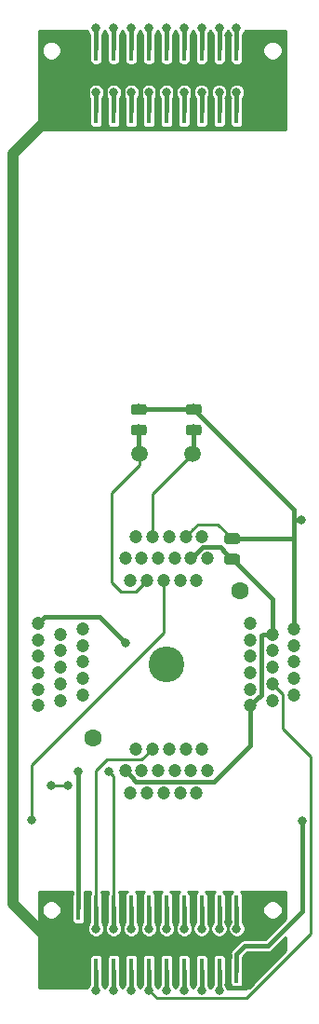
<source format=gbr>
G04 #@! TF.GenerationSoftware,KiCad,Pcbnew,5.0.2-bee76a0~70~ubuntu18.04.1*
G04 #@! TF.CreationDate,2019-05-09T10:06:34+02:00*
G04 #@! TF.ProjectId,stm32f205,73746d33-3266-4323-9035-2e6b69636164,rev?*
G04 #@! TF.SameCoordinates,Original*
G04 #@! TF.FileFunction,Copper,L2,Bot*
G04 #@! TF.FilePolarity,Positive*
%FSLAX46Y46*%
G04 Gerber Fmt 4.6, Leading zero omitted, Abs format (unit mm)*
G04 Created by KiCad (PCBNEW 5.0.2-bee76a0~70~ubuntu18.04.1) date jeu. 09 mai 2019 10:06:34 CEST*
%MOMM*%
%LPD*%
G01*
G04 APERTURE LIST*
G04 #@! TA.AperFunction,Conductor*
%ADD10C,0.100000*%
G04 #@! TD*
G04 #@! TA.AperFunction,SMDPad,CuDef*
%ADD11C,0.975000*%
G04 #@! TD*
G04 #@! TA.AperFunction,ComponentPad*
%ADD12C,1.500000*%
G04 #@! TD*
G04 #@! TA.AperFunction,ComponentPad*
%ADD13C,1.200000*%
G04 #@! TD*
G04 #@! TA.AperFunction,ComponentPad*
%ADD14C,3.250000*%
G04 #@! TD*
G04 #@! TA.AperFunction,ComponentPad*
%ADD15C,1.600000*%
G04 #@! TD*
G04 #@! TA.AperFunction,SMDPad,CuDef*
%ADD16R,4.700000X0.430000*%
G04 #@! TD*
G04 #@! TA.AperFunction,SMDPad,CuDef*
%ADD17R,2.540000X0.430000*%
G04 #@! TD*
G04 #@! TA.AperFunction,SMDPad,CuDef*
%ADD18R,0.410000X2.270000*%
G04 #@! TD*
G04 #@! TA.AperFunction,ViaPad*
%ADD19C,0.800000*%
G04 #@! TD*
G04 #@! TA.AperFunction,Conductor*
%ADD20C,0.400000*%
G04 #@! TD*
G04 #@! TA.AperFunction,Conductor*
%ADD21C,0.250000*%
G04 #@! TD*
G04 #@! TA.AperFunction,Conductor*
%ADD22C,1.000000*%
G04 #@! TD*
G04 #@! TA.AperFunction,Conductor*
%ADD23C,0.254000*%
G04 #@! TD*
G04 APERTURE END LIST*
D10*
G04 #@! TO.N,Net-(C2-Pad2)*
G04 #@! TO.C,C2*
G36*
X110131159Y-96212201D02*
X110154820Y-96215711D01*
X110178024Y-96221523D01*
X110200546Y-96229581D01*
X110222170Y-96239809D01*
X110242687Y-96252106D01*
X110261900Y-96266356D01*
X110279624Y-96282420D01*
X110295688Y-96300144D01*
X110309938Y-96319357D01*
X110322235Y-96339874D01*
X110332463Y-96361498D01*
X110340521Y-96384020D01*
X110346333Y-96407224D01*
X110349843Y-96430885D01*
X110351017Y-96454777D01*
X110351017Y-96942277D01*
X110349843Y-96966169D01*
X110346333Y-96989830D01*
X110340521Y-97013034D01*
X110332463Y-97035556D01*
X110322235Y-97057180D01*
X110309938Y-97077697D01*
X110295688Y-97096910D01*
X110279624Y-97114634D01*
X110261900Y-97130698D01*
X110242687Y-97144948D01*
X110222170Y-97157245D01*
X110200546Y-97167473D01*
X110178024Y-97175531D01*
X110154820Y-97181343D01*
X110131159Y-97184853D01*
X110107267Y-97186027D01*
X109194767Y-97186027D01*
X109170875Y-97184853D01*
X109147214Y-97181343D01*
X109124010Y-97175531D01*
X109101488Y-97167473D01*
X109079864Y-97157245D01*
X109059347Y-97144948D01*
X109040134Y-97130698D01*
X109022410Y-97114634D01*
X109006346Y-97096910D01*
X108992096Y-97077697D01*
X108979799Y-97057180D01*
X108969571Y-97035556D01*
X108961513Y-97013034D01*
X108955701Y-96989830D01*
X108952191Y-96966169D01*
X108951017Y-96942277D01*
X108951017Y-96454777D01*
X108952191Y-96430885D01*
X108955701Y-96407224D01*
X108961513Y-96384020D01*
X108969571Y-96361498D01*
X108979799Y-96339874D01*
X108992096Y-96319357D01*
X109006346Y-96300144D01*
X109022410Y-96282420D01*
X109040134Y-96266356D01*
X109059347Y-96252106D01*
X109079864Y-96239809D01*
X109101488Y-96229581D01*
X109124010Y-96221523D01*
X109147214Y-96215711D01*
X109170875Y-96212201D01*
X109194767Y-96211027D01*
X110107267Y-96211027D01*
X110131159Y-96212201D01*
X110131159Y-96212201D01*
G37*
D11*
G04 #@! TD*
G04 #@! TO.P,C2,2*
G04 #@! TO.N,Net-(C2-Pad2)*
X109651017Y-96698527D03*
D10*
G04 #@! TO.N,GNDA*
G04 #@! TO.C,C2*
G36*
X110131159Y-94337201D02*
X110154820Y-94340711D01*
X110178024Y-94346523D01*
X110200546Y-94354581D01*
X110222170Y-94364809D01*
X110242687Y-94377106D01*
X110261900Y-94391356D01*
X110279624Y-94407420D01*
X110295688Y-94425144D01*
X110309938Y-94444357D01*
X110322235Y-94464874D01*
X110332463Y-94486498D01*
X110340521Y-94509020D01*
X110346333Y-94532224D01*
X110349843Y-94555885D01*
X110351017Y-94579777D01*
X110351017Y-95067277D01*
X110349843Y-95091169D01*
X110346333Y-95114830D01*
X110340521Y-95138034D01*
X110332463Y-95160556D01*
X110322235Y-95182180D01*
X110309938Y-95202697D01*
X110295688Y-95221910D01*
X110279624Y-95239634D01*
X110261900Y-95255698D01*
X110242687Y-95269948D01*
X110222170Y-95282245D01*
X110200546Y-95292473D01*
X110178024Y-95300531D01*
X110154820Y-95306343D01*
X110131159Y-95309853D01*
X110107267Y-95311027D01*
X109194767Y-95311027D01*
X109170875Y-95309853D01*
X109147214Y-95306343D01*
X109124010Y-95300531D01*
X109101488Y-95292473D01*
X109079864Y-95282245D01*
X109059347Y-95269948D01*
X109040134Y-95255698D01*
X109022410Y-95239634D01*
X109006346Y-95221910D01*
X108992096Y-95202697D01*
X108979799Y-95182180D01*
X108969571Y-95160556D01*
X108961513Y-95138034D01*
X108955701Y-95114830D01*
X108952191Y-95091169D01*
X108951017Y-95067277D01*
X108951017Y-94579777D01*
X108952191Y-94555885D01*
X108955701Y-94532224D01*
X108961513Y-94509020D01*
X108969571Y-94486498D01*
X108979799Y-94464874D01*
X108992096Y-94444357D01*
X109006346Y-94425144D01*
X109022410Y-94407420D01*
X109040134Y-94391356D01*
X109059347Y-94377106D01*
X109079864Y-94364809D01*
X109101488Y-94354581D01*
X109124010Y-94346523D01*
X109147214Y-94340711D01*
X109170875Y-94337201D01*
X109194767Y-94336027D01*
X110107267Y-94336027D01*
X110131159Y-94337201D01*
X110131159Y-94337201D01*
G37*
D11*
G04 #@! TD*
G04 #@! TO.P,C2,1*
G04 #@! TO.N,GNDA*
X109651017Y-94823527D03*
D10*
G04 #@! TO.N,GNDA*
G04 #@! TO.C,C3*
G36*
X115131159Y-94337201D02*
X115154820Y-94340711D01*
X115178024Y-94346523D01*
X115200546Y-94354581D01*
X115222170Y-94364809D01*
X115242687Y-94377106D01*
X115261900Y-94391356D01*
X115279624Y-94407420D01*
X115295688Y-94425144D01*
X115309938Y-94444357D01*
X115322235Y-94464874D01*
X115332463Y-94486498D01*
X115340521Y-94509020D01*
X115346333Y-94532224D01*
X115349843Y-94555885D01*
X115351017Y-94579777D01*
X115351017Y-95067277D01*
X115349843Y-95091169D01*
X115346333Y-95114830D01*
X115340521Y-95138034D01*
X115332463Y-95160556D01*
X115322235Y-95182180D01*
X115309938Y-95202697D01*
X115295688Y-95221910D01*
X115279624Y-95239634D01*
X115261900Y-95255698D01*
X115242687Y-95269948D01*
X115222170Y-95282245D01*
X115200546Y-95292473D01*
X115178024Y-95300531D01*
X115154820Y-95306343D01*
X115131159Y-95309853D01*
X115107267Y-95311027D01*
X114194767Y-95311027D01*
X114170875Y-95309853D01*
X114147214Y-95306343D01*
X114124010Y-95300531D01*
X114101488Y-95292473D01*
X114079864Y-95282245D01*
X114059347Y-95269948D01*
X114040134Y-95255698D01*
X114022410Y-95239634D01*
X114006346Y-95221910D01*
X113992096Y-95202697D01*
X113979799Y-95182180D01*
X113969571Y-95160556D01*
X113961513Y-95138034D01*
X113955701Y-95114830D01*
X113952191Y-95091169D01*
X113951017Y-95067277D01*
X113951017Y-94579777D01*
X113952191Y-94555885D01*
X113955701Y-94532224D01*
X113961513Y-94509020D01*
X113969571Y-94486498D01*
X113979799Y-94464874D01*
X113992096Y-94444357D01*
X114006346Y-94425144D01*
X114022410Y-94407420D01*
X114040134Y-94391356D01*
X114059347Y-94377106D01*
X114079864Y-94364809D01*
X114101488Y-94354581D01*
X114124010Y-94346523D01*
X114147214Y-94340711D01*
X114170875Y-94337201D01*
X114194767Y-94336027D01*
X115107267Y-94336027D01*
X115131159Y-94337201D01*
X115131159Y-94337201D01*
G37*
D11*
G04 #@! TD*
G04 #@! TO.P,C3,1*
G04 #@! TO.N,GNDA*
X114651017Y-94823527D03*
D10*
G04 #@! TO.N,Net-(C3-Pad2)*
G04 #@! TO.C,C3*
G36*
X115131159Y-96212201D02*
X115154820Y-96215711D01*
X115178024Y-96221523D01*
X115200546Y-96229581D01*
X115222170Y-96239809D01*
X115242687Y-96252106D01*
X115261900Y-96266356D01*
X115279624Y-96282420D01*
X115295688Y-96300144D01*
X115309938Y-96319357D01*
X115322235Y-96339874D01*
X115332463Y-96361498D01*
X115340521Y-96384020D01*
X115346333Y-96407224D01*
X115349843Y-96430885D01*
X115351017Y-96454777D01*
X115351017Y-96942277D01*
X115349843Y-96966169D01*
X115346333Y-96989830D01*
X115340521Y-97013034D01*
X115332463Y-97035556D01*
X115322235Y-97057180D01*
X115309938Y-97077697D01*
X115295688Y-97096910D01*
X115279624Y-97114634D01*
X115261900Y-97130698D01*
X115242687Y-97144948D01*
X115222170Y-97157245D01*
X115200546Y-97167473D01*
X115178024Y-97175531D01*
X115154820Y-97181343D01*
X115131159Y-97184853D01*
X115107267Y-97186027D01*
X114194767Y-97186027D01*
X114170875Y-97184853D01*
X114147214Y-97181343D01*
X114124010Y-97175531D01*
X114101488Y-97167473D01*
X114079864Y-97157245D01*
X114059347Y-97144948D01*
X114040134Y-97130698D01*
X114022410Y-97114634D01*
X114006346Y-97096910D01*
X113992096Y-97077697D01*
X113979799Y-97057180D01*
X113969571Y-97035556D01*
X113961513Y-97013034D01*
X113955701Y-96989830D01*
X113952191Y-96966169D01*
X113951017Y-96942277D01*
X113951017Y-96454777D01*
X113952191Y-96430885D01*
X113955701Y-96407224D01*
X113961513Y-96384020D01*
X113969571Y-96361498D01*
X113979799Y-96339874D01*
X113992096Y-96319357D01*
X114006346Y-96300144D01*
X114022410Y-96282420D01*
X114040134Y-96266356D01*
X114059347Y-96252106D01*
X114079864Y-96239809D01*
X114101488Y-96229581D01*
X114124010Y-96221523D01*
X114147214Y-96215711D01*
X114170875Y-96212201D01*
X114194767Y-96211027D01*
X115107267Y-96211027D01*
X115131159Y-96212201D01*
X115131159Y-96212201D01*
G37*
D11*
G04 #@! TD*
G04 #@! TO.P,C3,2*
G04 #@! TO.N,Net-(C3-Pad2)*
X114651017Y-96698527D03*
D12*
G04 #@! TO.P,Y1,1*
G04 #@! TO.N,Net-(C2-Pad2)*
X109676018Y-98836028D03*
G04 #@! TO.P,Y1,2*
G04 #@! TO.N,Net-(C3-Pad2)*
X114576018Y-98836028D03*
G04 #@! TD*
D10*
G04 #@! TO.N,+3V3*
G04 #@! TO.C,C1*
G36*
X118631159Y-107962201D02*
X118654820Y-107965711D01*
X118678024Y-107971523D01*
X118700546Y-107979581D01*
X118722170Y-107989809D01*
X118742687Y-108002106D01*
X118761900Y-108016356D01*
X118779624Y-108032420D01*
X118795688Y-108050144D01*
X118809938Y-108069357D01*
X118822235Y-108089874D01*
X118832463Y-108111498D01*
X118840521Y-108134020D01*
X118846333Y-108157224D01*
X118849843Y-108180885D01*
X118851017Y-108204777D01*
X118851017Y-108692277D01*
X118849843Y-108716169D01*
X118846333Y-108739830D01*
X118840521Y-108763034D01*
X118832463Y-108785556D01*
X118822235Y-108807180D01*
X118809938Y-108827697D01*
X118795688Y-108846910D01*
X118779624Y-108864634D01*
X118761900Y-108880698D01*
X118742687Y-108894948D01*
X118722170Y-108907245D01*
X118700546Y-108917473D01*
X118678024Y-108925531D01*
X118654820Y-108931343D01*
X118631159Y-108934853D01*
X118607267Y-108936027D01*
X117694767Y-108936027D01*
X117670875Y-108934853D01*
X117647214Y-108931343D01*
X117624010Y-108925531D01*
X117601488Y-108917473D01*
X117579864Y-108907245D01*
X117559347Y-108894948D01*
X117540134Y-108880698D01*
X117522410Y-108864634D01*
X117506346Y-108846910D01*
X117492096Y-108827697D01*
X117479799Y-108807180D01*
X117469571Y-108785556D01*
X117461513Y-108763034D01*
X117455701Y-108739830D01*
X117452191Y-108716169D01*
X117451017Y-108692277D01*
X117451017Y-108204777D01*
X117452191Y-108180885D01*
X117455701Y-108157224D01*
X117461513Y-108134020D01*
X117469571Y-108111498D01*
X117479799Y-108089874D01*
X117492096Y-108069357D01*
X117506346Y-108050144D01*
X117522410Y-108032420D01*
X117540134Y-108016356D01*
X117559347Y-108002106D01*
X117579864Y-107989809D01*
X117601488Y-107979581D01*
X117624010Y-107971523D01*
X117647214Y-107965711D01*
X117670875Y-107962201D01*
X117694767Y-107961027D01*
X118607267Y-107961027D01*
X118631159Y-107962201D01*
X118631159Y-107962201D01*
G37*
D11*
G04 #@! TD*
G04 #@! TO.P,C1,1*
G04 #@! TO.N,+3V3*
X118151017Y-108448527D03*
D10*
G04 #@! TO.N,GNDA*
G04 #@! TO.C,C1*
G36*
X118631159Y-106087201D02*
X118654820Y-106090711D01*
X118678024Y-106096523D01*
X118700546Y-106104581D01*
X118722170Y-106114809D01*
X118742687Y-106127106D01*
X118761900Y-106141356D01*
X118779624Y-106157420D01*
X118795688Y-106175144D01*
X118809938Y-106194357D01*
X118822235Y-106214874D01*
X118832463Y-106236498D01*
X118840521Y-106259020D01*
X118846333Y-106282224D01*
X118849843Y-106305885D01*
X118851017Y-106329777D01*
X118851017Y-106817277D01*
X118849843Y-106841169D01*
X118846333Y-106864830D01*
X118840521Y-106888034D01*
X118832463Y-106910556D01*
X118822235Y-106932180D01*
X118809938Y-106952697D01*
X118795688Y-106971910D01*
X118779624Y-106989634D01*
X118761900Y-107005698D01*
X118742687Y-107019948D01*
X118722170Y-107032245D01*
X118700546Y-107042473D01*
X118678024Y-107050531D01*
X118654820Y-107056343D01*
X118631159Y-107059853D01*
X118607267Y-107061027D01*
X117694767Y-107061027D01*
X117670875Y-107059853D01*
X117647214Y-107056343D01*
X117624010Y-107050531D01*
X117601488Y-107042473D01*
X117579864Y-107032245D01*
X117559347Y-107019948D01*
X117540134Y-107005698D01*
X117522410Y-106989634D01*
X117506346Y-106971910D01*
X117492096Y-106952697D01*
X117479799Y-106932180D01*
X117469571Y-106910556D01*
X117461513Y-106888034D01*
X117455701Y-106864830D01*
X117452191Y-106841169D01*
X117451017Y-106817277D01*
X117451017Y-106329777D01*
X117452191Y-106305885D01*
X117455701Y-106282224D01*
X117461513Y-106259020D01*
X117469571Y-106236498D01*
X117479799Y-106214874D01*
X117492096Y-106194357D01*
X117506346Y-106175144D01*
X117522410Y-106157420D01*
X117540134Y-106141356D01*
X117559347Y-106127106D01*
X117579864Y-106114809D01*
X117601488Y-106104581D01*
X117624010Y-106096523D01*
X117647214Y-106090711D01*
X117670875Y-106087201D01*
X117694767Y-106086027D01*
X118607267Y-106086027D01*
X118631159Y-106087201D01*
X118631159Y-106087201D01*
G37*
D11*
G04 #@! TD*
G04 #@! TO.P,C1,2*
G04 #@! TO.N,GNDA*
X118151017Y-106573527D03*
D13*
G04 #@! TO.P,U1,16*
G04 #@! TO.N,Net-(U1-Pad16)*
X115901017Y-108361027D03*
G04 #@! TO.P,U1,15*
G04 #@! TO.N,Net-(U1-Pad15)*
X115401017Y-106361027D03*
G04 #@! TO.P,U1,14*
G04 #@! TO.N,Net-(U1-Pad14)*
X114901017Y-110361027D03*
G04 #@! TO.P,U1,11*
G04 #@! TO.N,Net-(U1-Pad11)*
X113401017Y-110361027D03*
G04 #@! TO.P,U1,12*
G04 #@! TO.N,GNDA*
X113901017Y-106361027D03*
G04 #@! TO.P,U1,13*
G04 #@! TO.N,+3V3*
X114401017Y-108361027D03*
G04 #@! TO.P,U1,8*
G04 #@! TO.N,/D3_MCU_PC0*
X111901017Y-110361027D03*
G04 #@! TO.P,U1,10*
G04 #@! TO.N,Net-(U1-Pad10)*
X112901017Y-108361027D03*
G04 #@! TO.P,U1,9*
G04 #@! TO.N,Net-(U1-Pad9)*
X112401017Y-106361027D03*
G04 #@! TO.P,U1,7*
G04 #@! TO.N,/D2_NRST*
X111401017Y-108361027D03*
G04 #@! TO.P,U1,6*
G04 #@! TO.N,Net-(C3-Pad2)*
X110901017Y-106361027D03*
G04 #@! TO.P,U1,5*
G04 #@! TO.N,Net-(C2-Pad2)*
X110401017Y-110361027D03*
G04 #@! TO.P,U1,2*
G04 #@! TO.N,Net-(U1-Pad2)*
X108901017Y-110361027D03*
G04 #@! TO.P,U1,3*
G04 #@! TO.N,Net-(U1-Pad3)*
X109401017Y-106361027D03*
G04 #@! TO.P,U1,4*
G04 #@! TO.N,Net-(U1-Pad4)*
X109901017Y-108361027D03*
G04 #@! TO.P,U1,1*
G04 #@! TO.N,Net-(U1-Pad1)*
X108401017Y-108361027D03*
G04 #@! TO.P,U1,44*
G04 #@! TO.N,Net-(U1-Pad44)*
X110401017Y-129661027D03*
G04 #@! TO.P,U1,38*
G04 #@! TO.N,Net-(U1-Pad38)*
X113401017Y-129661027D03*
G04 #@! TO.P,U1,36*
G04 #@! TO.N,Net-(U1-Pad36)*
X114401017Y-127661027D03*
G04 #@! TO.P,U1,35*
G04 #@! TO.N,Net-(U1-Pad35)*
X114901017Y-129661027D03*
G04 #@! TO.P,U1,43*
G04 #@! TO.N,/D0_MCU_RX*
X110901017Y-125661027D03*
G04 #@! TO.P,U1,42*
G04 #@! TO.N,/D1_MCU_TX*
X111401017Y-127661027D03*
G04 #@! TO.P,U1,34*
G04 #@! TO.N,Net-(U1-Pad34)*
X115401017Y-125661027D03*
G04 #@! TO.P,U1,47*
G04 #@! TO.N,Net-(U1-Pad47)*
X108901017Y-129661027D03*
G04 #@! TO.P,U1,37*
G04 #@! TO.N,Net-(U1-Pad37)*
X113901017Y-125661027D03*
G04 #@! TO.P,U1,39*
G04 #@! TO.N,Net-(U1-Pad39)*
X112901017Y-127661027D03*
G04 #@! TO.P,U1,40*
G04 #@! TO.N,Net-(U1-Pad40)*
X112401017Y-125661027D03*
G04 #@! TO.P,U1,46*
G04 #@! TO.N,Net-(U1-Pad46)*
X109401017Y-125661027D03*
G04 #@! TO.P,U1,48*
G04 #@! TO.N,+3V3*
X108401017Y-127661027D03*
G04 #@! TO.P,U1,33*
G04 #@! TO.N,Net-(U1-Pad33)*
X115901017Y-127661027D03*
G04 #@! TO.P,U1,41*
G04 #@! TO.N,Net-(U1-Pad41)*
X111901017Y-129661027D03*
G04 #@! TO.P,U1,45*
G04 #@! TO.N,Net-(U1-Pad45)*
X109901017Y-127661027D03*
G04 #@! TO.P,U1,17*
G04 #@! TO.N,Net-(U1-Pad17)*
X119801017Y-114261027D03*
G04 #@! TO.P,U1,20*
G04 #@! TO.N,Net-(U1-Pad20)*
X119801017Y-115761027D03*
G04 #@! TO.P,U1,23*
G04 #@! TO.N,Net-(U1-Pad23)*
X119801017Y-117261027D03*
G04 #@! TO.P,U1,26*
G04 #@! TO.N,Net-(U1-Pad26)*
X119801017Y-118761027D03*
G04 #@! TO.P,U1,29*
G04 #@! TO.N,Net-(U1-Pad29)*
X119801017Y-120261027D03*
G04 #@! TO.P,U1,32*
G04 #@! TO.N,+3V3*
X119801017Y-121761027D03*
G04 #@! TO.P,U1,28*
G04 #@! TO.N,/D7_BOOT1*
X121801017Y-119761027D03*
G04 #@! TO.P,U1,19*
G04 #@! TO.N,+3V3*
X121801017Y-115261027D03*
G04 #@! TO.P,U1,25*
G04 #@! TO.N,Net-(U1-Pad25)*
X121801017Y-118261027D03*
G04 #@! TO.P,U1,22*
G04 #@! TO.N,Net-(U1-Pad22)*
X121801017Y-116761027D03*
G04 #@! TO.P,U1,31*
G04 #@! TO.N,Net-(U1-Pad31)*
X121801017Y-121261027D03*
G04 #@! TO.P,U1,18*
G04 #@! TO.N,GNDA*
X123801017Y-114761027D03*
G04 #@! TO.P,U1,24*
G04 #@! TO.N,Net-(U1-Pad24)*
X123801017Y-117761027D03*
G04 #@! TO.P,U1,21*
G04 #@! TO.N,Net-(U1-Pad21)*
X123801017Y-116261027D03*
G04 #@! TO.P,U1,30*
G04 #@! TO.N,Net-(U1-Pad30)*
X123801017Y-120761027D03*
G04 #@! TO.P,U1,27*
G04 #@! TO.N,Net-(U1-Pad27)*
X123801017Y-119261027D03*
G04 #@! TO.P,U1,55*
G04 #@! TO.N,Net-(U1-Pad55)*
X100501017Y-118761027D03*
G04 #@! TO.P,U1,60*
G04 #@! TO.N,/D6_BOOT0*
X104501017Y-116261027D03*
G04 #@! TO.P,U1,51*
G04 #@! TO.N,Net-(U1-Pad51)*
X104501017Y-120761027D03*
G04 #@! TO.P,U1,54*
G04 #@! TO.N,Net-(U1-Pad54)*
X104501017Y-119261027D03*
G04 #@! TO.P,U1,49*
G04 #@! TO.N,Net-(U1-Pad49)*
X100501017Y-121761027D03*
G04 #@! TO.P,U1,64*
G04 #@! TO.N,+3V3*
X100501017Y-114261027D03*
G04 #@! TO.P,U1,58*
G04 #@! TO.N,Net-(U1-Pad58)*
X100501017Y-117261027D03*
G04 #@! TO.P,U1,61*
G04 #@! TO.N,Net-(U1-Pad61)*
X100501017Y-115761027D03*
G04 #@! TO.P,U1,63*
G04 #@! TO.N,GNDA*
X104501017Y-114761027D03*
G04 #@! TO.P,U1,57*
G04 #@! TO.N,Net-(U1-Pad57)*
X104501017Y-117761027D03*
G04 #@! TO.P,U1,62*
G04 #@! TO.N,Net-(U1-Pad62)*
X102501017Y-115261027D03*
G04 #@! TO.P,U1,56*
G04 #@! TO.N,Net-(U1-Pad56)*
X102501017Y-118261027D03*
G04 #@! TO.P,U1,59*
G04 #@! TO.N,Net-(U1-Pad59)*
X102501017Y-116761027D03*
G04 #@! TO.P,U1,50*
G04 #@! TO.N,Net-(U1-Pad50)*
X102501017Y-121261027D03*
G04 #@! TO.P,U1,52*
G04 #@! TO.N,Net-(U1-Pad52)*
X100501017Y-120261027D03*
G04 #@! TO.P,U1,53*
G04 #@! TO.N,Net-(U1-Pad53)*
X102501017Y-119761027D03*
D14*
G04 #@! TO.P,U1,~*
G04 #@! TO.N,N/C*
X112151017Y-118011027D03*
D15*
X105451017Y-124711027D03*
X118851017Y-111311027D03*
G04 #@! TD*
D16*
G04 #@! TO.P,P2,G3*
G04 #@! TO.N,GND*
X108576017Y-64876027D03*
G04 #@! TO.P,P2,G2*
X114926017Y-64876027D03*
D17*
G04 #@! TO.P,P2,G4*
X103686017Y-64876027D03*
D18*
G04 #@! TO.P,P2,38*
X104951017Y-62011027D03*
G04 #@! TO.P,P2,34*
X106551017Y-62011027D03*
G04 #@! TO.P,P2,36*
G04 #@! TO.N,Net-(P2-Pad36)*
X105751017Y-62011027D03*
G04 #@! TO.P,P2,40*
G04 #@! TO.N,GND*
X104151017Y-62011027D03*
G04 #@! TO.P,P2,32*
G04 #@! TO.N,Net-(P2-Pad32)*
X107351017Y-62011027D03*
G04 #@! TO.P,P2,35*
G04 #@! TO.N,Net-(P2-Pad35)*
X105751017Y-67741027D03*
G04 #@! TO.P,P2,33*
G04 #@! TO.N,GND*
X106551017Y-67741027D03*
G04 #@! TO.P,P2,31*
G04 #@! TO.N,Net-(P2-Pad31)*
X107351017Y-67741027D03*
G04 #@! TO.P,P2,37*
G04 #@! TO.N,GND*
X104951017Y-67741027D03*
G04 #@! TO.P,P2,39*
X104151017Y-67741027D03*
D17*
G04 #@! TO.P,P2,G1*
X119816017Y-64876027D03*
D18*
G04 #@! TO.P,P2,18*
X112951017Y-62011027D03*
G04 #@! TO.P,P2,26*
X109751017Y-62011027D03*
G04 #@! TO.P,P2,14*
X114551017Y-62011027D03*
G04 #@! TO.P,P2,6*
X117751017Y-62011027D03*
G04 #@! TO.P,P2,20*
G04 #@! TO.N,Net-(P2-Pad20)*
X112151017Y-62011027D03*
G04 #@! TO.P,P2,2*
G04 #@! TO.N,GND*
X119351017Y-62011027D03*
G04 #@! TO.P,P2,24*
G04 #@! TO.N,Net-(P2-Pad24)*
X110551017Y-62011027D03*
G04 #@! TO.P,P2,12*
G04 #@! TO.N,Net-(P2-Pad12)*
X115351017Y-62011027D03*
G04 #@! TO.P,P2,16*
G04 #@! TO.N,Net-(P2-Pad16)*
X113751017Y-62011027D03*
G04 #@! TO.P,P2,4*
G04 #@! TO.N,Net-(P2-Pad4)*
X118551017Y-62011027D03*
G04 #@! TO.P,P2,22*
G04 #@! TO.N,GND*
X111351017Y-62011027D03*
G04 #@! TO.P,P2,8*
G04 #@! TO.N,Net-(P2-Pad8)*
X116951017Y-62011027D03*
G04 #@! TO.P,P2,28*
G04 #@! TO.N,Net-(P2-Pad28)*
X108951017Y-62011027D03*
G04 #@! TO.P,P2,30*
G04 #@! TO.N,GND*
X108151017Y-62011027D03*
G04 #@! TO.P,P2,10*
X116151017Y-62011027D03*
G04 #@! TO.P,P2,27*
G04 #@! TO.N,Net-(P2-Pad27)*
X108951017Y-67741027D03*
G04 #@! TO.P,P2,23*
G04 #@! TO.N,Net-(P2-Pad23)*
X110551017Y-67741027D03*
G04 #@! TO.P,P2,29*
G04 #@! TO.N,GND*
X108151017Y-67741027D03*
G04 #@! TO.P,P2,21*
X111351017Y-67741027D03*
G04 #@! TO.P,P2,25*
X109751017Y-67741027D03*
G04 #@! TO.P,P2,15*
G04 #@! TO.N,Net-(P2-Pad15)*
X113751017Y-67741027D03*
G04 #@! TO.P,P2,11*
G04 #@! TO.N,Net-(P2-Pad11)*
X115351017Y-67741027D03*
G04 #@! TO.P,P2,13*
G04 #@! TO.N,GND*
X114551017Y-67741027D03*
G04 #@! TO.P,P2,17*
X112951017Y-67741027D03*
G04 #@! TO.P,P2,19*
G04 #@! TO.N,Net-(P2-Pad19)*
X112151017Y-67741027D03*
G04 #@! TO.P,P2,9*
G04 #@! TO.N,GND*
X116151017Y-67741027D03*
G04 #@! TO.P,P2,5*
X117751017Y-67741027D03*
G04 #@! TO.P,P2,7*
G04 #@! TO.N,Net-(P2-Pad7)*
X116951017Y-67741027D03*
G04 #@! TO.P,P2,1*
G04 #@! TO.N,GND*
X119351017Y-67741027D03*
G04 #@! TO.P,P2,3*
G04 #@! TO.N,Net-(P2-Pad3)*
X118551017Y-67741027D03*
G04 #@! TD*
D16*
G04 #@! TO.P,P1,G3*
G04 #@! TO.N,GND*
X108576017Y-142976027D03*
G04 #@! TO.P,P1,G2*
X114926017Y-142976027D03*
D17*
G04 #@! TO.P,P1,G4*
X103686017Y-142976027D03*
D18*
G04 #@! TO.P,P1,38*
X104951017Y-140111027D03*
G04 #@! TO.P,P1,34*
X106551017Y-140111027D03*
G04 #@! TO.P,P1,36*
G04 #@! TO.N,/D0_MCU_RX*
X105751017Y-140111027D03*
G04 #@! TO.P,P1,40*
G04 #@! TO.N,+3V3*
X104151017Y-140111027D03*
G04 #@! TO.P,P1,32*
G04 #@! TO.N,/D2_NRST*
X107351017Y-140111027D03*
G04 #@! TO.P,P1,35*
G04 #@! TO.N,/D1_MCU_TX*
X105751017Y-145841027D03*
G04 #@! TO.P,P1,33*
G04 #@! TO.N,GND*
X106551017Y-145841027D03*
G04 #@! TO.P,P1,31*
G04 #@! TO.N,/D3_MCU_PC0*
X107351017Y-145841027D03*
G04 #@! TO.P,P1,37*
G04 #@! TO.N,GND*
X104951017Y-145841027D03*
G04 #@! TO.P,P1,39*
X104151017Y-145841027D03*
D17*
G04 #@! TO.P,P1,G1*
X119816017Y-142976027D03*
D18*
G04 #@! TO.P,P1,18*
X112951017Y-140111027D03*
G04 #@! TO.P,P1,26*
X109751017Y-140111027D03*
G04 #@! TO.P,P1,14*
X114551017Y-140111027D03*
G04 #@! TO.P,P1,6*
X117751017Y-140111027D03*
G04 #@! TO.P,P1,20*
G04 #@! TO.N,Net-(P1-Pad20)*
X112151017Y-140111027D03*
G04 #@! TO.P,P1,2*
G04 #@! TO.N,GND*
X119351017Y-140111027D03*
G04 #@! TO.P,P1,24*
G04 #@! TO.N,/D6_BOOT0*
X110551017Y-140111027D03*
G04 #@! TO.P,P1,12*
G04 #@! TO.N,Net-(P1-Pad12)*
X115351017Y-140111027D03*
G04 #@! TO.P,P1,16*
G04 #@! TO.N,Net-(P1-Pad16)*
X113751017Y-140111027D03*
G04 #@! TO.P,P1,4*
G04 #@! TO.N,Net-(P1-Pad4)*
X118551017Y-140111027D03*
G04 #@! TO.P,P1,22*
G04 #@! TO.N,GND*
X111351017Y-140111027D03*
G04 #@! TO.P,P1,8*
G04 #@! TO.N,Net-(P1-Pad8)*
X116951017Y-140111027D03*
G04 #@! TO.P,P1,28*
G04 #@! TO.N,Net-(P1-Pad28)*
X108951017Y-140111027D03*
G04 #@! TO.P,P1,30*
G04 #@! TO.N,GND*
X108151017Y-140111027D03*
G04 #@! TO.P,P1,10*
X116151017Y-140111027D03*
G04 #@! TO.P,P1,27*
G04 #@! TO.N,Net-(P1-Pad27)*
X108951017Y-145841027D03*
G04 #@! TO.P,P1,23*
G04 #@! TO.N,/D7_BOOT1*
X110551017Y-145841027D03*
G04 #@! TO.P,P1,29*
G04 #@! TO.N,GND*
X108151017Y-145841027D03*
G04 #@! TO.P,P1,21*
X111351017Y-145841027D03*
G04 #@! TO.P,P1,25*
X109751017Y-145841027D03*
G04 #@! TO.P,P1,15*
G04 #@! TO.N,Net-(P1-Pad15)*
X113751017Y-145841027D03*
G04 #@! TO.P,P1,11*
G04 #@! TO.N,Net-(P1-Pad11)*
X115351017Y-145841027D03*
G04 #@! TO.P,P1,13*
G04 #@! TO.N,GND*
X114551017Y-145841027D03*
G04 #@! TO.P,P1,17*
X112951017Y-145841027D03*
G04 #@! TO.P,P1,19*
G04 #@! TO.N,Net-(P1-Pad19)*
X112151017Y-145841027D03*
G04 #@! TO.P,P1,9*
G04 #@! TO.N,GND*
X116151017Y-145841027D03*
G04 #@! TO.P,P1,5*
X117751017Y-145841027D03*
G04 #@! TO.P,P1,7*
G04 #@! TO.N,Net-(P1-Pad7)*
X116951017Y-145841027D03*
G04 #@! TO.P,P1,1*
G04 #@! TO.N,GND*
X119351017Y-145841027D03*
G04 #@! TO.P,P1,3*
G04 #@! TO.N,GNDA*
X118551017Y-145841027D03*
G04 #@! TD*
D19*
G04 #@! TO.N,GNDA*
X124551017Y-132211027D03*
X124451017Y-104911027D03*
G04 #@! TO.N,Net-(P1-Pad7)*
X116951017Y-147611027D03*
G04 #@! TO.N,Net-(P1-Pad19)*
X112151017Y-147611027D03*
G04 #@! TO.N,Net-(P1-Pad11)*
X115351017Y-147611027D03*
G04 #@! TO.N,Net-(P1-Pad15)*
X113751017Y-147611027D03*
G04 #@! TO.N,Net-(P1-Pad27)*
X108951017Y-147611027D03*
G04 #@! TO.N,Net-(P1-Pad28)*
X108951017Y-142011027D03*
G04 #@! TO.N,Net-(P1-Pad8)*
X116951017Y-142011027D03*
G04 #@! TO.N,Net-(P1-Pad4)*
X118551017Y-142011027D03*
G04 #@! TO.N,Net-(P1-Pad16)*
X113751017Y-142011027D03*
G04 #@! TO.N,Net-(P1-Pad12)*
X115351017Y-142011027D03*
G04 #@! TO.N,Net-(P1-Pad20)*
X112151017Y-142011027D03*
G04 #@! TO.N,+3V3*
X104151017Y-127761027D03*
X108401035Y-116011027D03*
G04 #@! TO.N,Net-(P2-Pad36)*
X105751017Y-60211027D03*
G04 #@! TO.N,Net-(P2-Pad32)*
X107351017Y-60211027D03*
G04 #@! TO.N,Net-(P2-Pad35)*
X105751017Y-66011027D03*
G04 #@! TO.N,Net-(P2-Pad31)*
X107351017Y-66011027D03*
G04 #@! TO.N,Net-(P2-Pad20)*
X112151017Y-60211027D03*
G04 #@! TO.N,Net-(P2-Pad24)*
X110551017Y-60211027D03*
G04 #@! TO.N,Net-(P2-Pad12)*
X115351017Y-60211027D03*
G04 #@! TO.N,Net-(P2-Pad16)*
X113751017Y-60211027D03*
G04 #@! TO.N,Net-(P2-Pad4)*
X118551017Y-60211027D03*
G04 #@! TO.N,Net-(P2-Pad8)*
X116951017Y-60211027D03*
G04 #@! TO.N,Net-(P2-Pad28)*
X108951017Y-60211027D03*
G04 #@! TO.N,Net-(P2-Pad27)*
X108951017Y-66011027D03*
G04 #@! TO.N,Net-(P2-Pad23)*
X110551017Y-66011027D03*
G04 #@! TO.N,Net-(P2-Pad15)*
X113751017Y-66011027D03*
G04 #@! TO.N,Net-(P2-Pad11)*
X115351017Y-66011027D03*
G04 #@! TO.N,Net-(P2-Pad19)*
X112151017Y-66011027D03*
G04 #@! TO.N,Net-(P2-Pad7)*
X116951017Y-66011027D03*
G04 #@! TO.N,Net-(P2-Pad3)*
X118551017Y-66011027D03*
G04 #@! TO.N,/D0_MCU_RX*
X105751017Y-142011027D03*
G04 #@! TO.N,/D2_NRST*
X107351017Y-142011027D03*
X106901017Y-127761027D03*
G04 #@! TO.N,/D1_MCU_TX*
X105751017Y-147611027D03*
X103151017Y-129011027D03*
X101651017Y-129011027D03*
G04 #@! TO.N,/D3_MCU_PC0*
X107351017Y-147611027D03*
X99851017Y-132111027D03*
G04 #@! TO.N,/D6_BOOT0*
X110551017Y-142011027D03*
G04 #@! TO.N,/D7_BOOT1*
X110551017Y-147611027D03*
G04 #@! TD*
D20*
G04 #@! TO.N,GNDA*
X124551017Y-140446029D02*
X124551017Y-132211027D01*
X121406018Y-143591028D02*
X124551017Y-140446029D01*
X119266016Y-143591028D02*
X121406018Y-143591028D01*
X118551017Y-145841027D02*
X118551017Y-144306027D01*
X118551017Y-144306027D02*
X119266016Y-143591028D01*
D21*
X115001017Y-105261027D02*
X114501016Y-105761028D01*
X114501016Y-105761028D02*
X113901017Y-106361027D01*
X118151017Y-106573527D02*
X116838517Y-105261027D01*
X116838517Y-105261027D02*
X115001017Y-105261027D01*
D20*
X109651017Y-94823527D02*
X114651017Y-94823527D01*
X114651017Y-94823527D02*
X123801017Y-103973527D01*
X123738517Y-106573527D02*
X123801017Y-106511027D01*
X118151017Y-106573527D02*
X123738517Y-106573527D01*
X123801017Y-106511027D02*
X123801017Y-114761027D01*
X124451017Y-104911027D02*
X123801017Y-104911027D01*
X123801017Y-103973527D02*
X123801017Y-104911027D01*
X123801017Y-104911027D02*
X123801017Y-106511027D01*
G04 #@! TO.N,Net-(P1-Pad7)*
X116951017Y-145841027D02*
X116951017Y-147611027D01*
G04 #@! TO.N,Net-(P1-Pad19)*
X112151017Y-145841027D02*
X112151017Y-147611027D01*
G04 #@! TO.N,Net-(P1-Pad11)*
X115351017Y-145841027D02*
X115351017Y-147611027D01*
G04 #@! TO.N,Net-(P1-Pad15)*
X113751017Y-145841027D02*
X113751017Y-147611027D01*
G04 #@! TO.N,Net-(P1-Pad27)*
X108951017Y-145841027D02*
X108951017Y-147611027D01*
G04 #@! TO.N,Net-(P1-Pad28)*
X108951017Y-140111027D02*
X108951017Y-142011027D01*
G04 #@! TO.N,Net-(P1-Pad8)*
X116951017Y-140111027D02*
X116951017Y-142011027D01*
G04 #@! TO.N,Net-(P1-Pad4)*
X118551017Y-140111027D02*
X118551017Y-142011027D01*
G04 #@! TO.N,Net-(P1-Pad16)*
X113751017Y-140111027D02*
X113751017Y-142011027D01*
G04 #@! TO.N,Net-(P1-Pad12)*
X115351017Y-140111027D02*
X115351017Y-142011027D01*
G04 #@! TO.N,Net-(P1-Pad20)*
X112151017Y-140111027D02*
X112151017Y-142011027D01*
G04 #@! TO.N,+3V3*
X104151017Y-140111027D02*
X104151017Y-134811027D01*
X104151017Y-128326712D02*
X104151017Y-127761027D01*
X104151017Y-134811027D02*
X104151017Y-128326712D01*
X109401017Y-128661027D02*
X109001016Y-128261026D01*
X109001016Y-128261026D02*
X108401017Y-127661027D01*
X116501017Y-128661027D02*
X109401017Y-128661027D01*
X119801017Y-121761027D02*
X119801017Y-125361027D01*
X119801017Y-125361027D02*
X116501017Y-128661027D01*
X108001036Y-115611028D02*
X108401035Y-116011027D01*
X106051036Y-113661028D02*
X108001036Y-115611028D01*
X101101016Y-113661028D02*
X106051036Y-113661028D01*
X100501017Y-114261027D02*
X101101016Y-113661028D01*
X120401016Y-121161028D02*
X119801017Y-121761027D01*
X120801017Y-120761027D02*
X120401016Y-121161028D01*
X121801017Y-115261027D02*
X120952489Y-115261027D01*
X120801017Y-115412499D02*
X120801017Y-120761027D01*
X120952489Y-115261027D02*
X120801017Y-115412499D01*
X118151017Y-108461027D02*
X118151017Y-108448527D01*
X121801017Y-115261027D02*
X121801017Y-112111027D01*
X121801017Y-112111027D02*
X118151017Y-108461027D01*
X117063517Y-107361027D02*
X117594780Y-107892290D01*
X115451017Y-107361027D02*
X117063517Y-107361027D01*
X114401017Y-108361027D02*
X114451017Y-108361027D01*
X117594780Y-107892290D02*
X118151017Y-108448527D01*
X114451017Y-108361027D02*
X115451017Y-107361027D01*
G04 #@! TO.N,Net-(P2-Pad36)*
X105751017Y-62011027D02*
X105751017Y-60211027D01*
G04 #@! TO.N,Net-(P2-Pad32)*
X107351017Y-62011027D02*
X107351017Y-60211027D01*
G04 #@! TO.N,Net-(P2-Pad35)*
X105751017Y-67741027D02*
X105751017Y-66011027D01*
G04 #@! TO.N,Net-(P2-Pad31)*
X107351017Y-67741027D02*
X107351017Y-66011027D01*
G04 #@! TO.N,Net-(P2-Pad20)*
X112151017Y-62011027D02*
X112151017Y-60211027D01*
G04 #@! TO.N,Net-(P2-Pad24)*
X110551017Y-62011027D02*
X110551017Y-60211027D01*
G04 #@! TO.N,Net-(P2-Pad12)*
X115351017Y-62011027D02*
X115351017Y-60211027D01*
G04 #@! TO.N,Net-(P2-Pad16)*
X113751017Y-62011027D02*
X113751017Y-60211027D01*
G04 #@! TO.N,Net-(P2-Pad4)*
X118551017Y-62011027D02*
X118551017Y-60211027D01*
G04 #@! TO.N,Net-(P2-Pad8)*
X116951017Y-62011027D02*
X116951017Y-60211027D01*
G04 #@! TO.N,Net-(P2-Pad28)*
X108951017Y-62011027D02*
X108951017Y-60211027D01*
G04 #@! TO.N,Net-(P2-Pad27)*
X108951017Y-67741027D02*
X108951017Y-66011027D01*
G04 #@! TO.N,Net-(P2-Pad23)*
X110551017Y-67741027D02*
X110551017Y-66011027D01*
G04 #@! TO.N,Net-(P2-Pad15)*
X113751017Y-67741027D02*
X113751017Y-66011027D01*
G04 #@! TO.N,Net-(P2-Pad11)*
X115351017Y-67741027D02*
X115351017Y-66011027D01*
G04 #@! TO.N,Net-(P2-Pad19)*
X112151017Y-67741027D02*
X112151017Y-66011027D01*
G04 #@! TO.N,Net-(P2-Pad7)*
X116951017Y-67741027D02*
X116951017Y-66011027D01*
G04 #@! TO.N,Net-(P2-Pad3)*
X118551017Y-67741027D02*
X118551017Y-66011027D01*
G04 #@! TO.N,GND*
X104151017Y-62011027D02*
X104151017Y-67741027D01*
X106551017Y-65627025D02*
X106551017Y-62011027D01*
X106551017Y-67741027D02*
X106551017Y-65627025D01*
X108151017Y-67741027D02*
X108151017Y-62011027D01*
X109751017Y-67741027D02*
X109751017Y-66011027D01*
X109751017Y-66011027D02*
X109751017Y-62011027D01*
X111351017Y-67741027D02*
X111351017Y-62011027D01*
X112951017Y-66811027D02*
X112951017Y-62011027D01*
X112951017Y-67741027D02*
X112951017Y-66811027D01*
X114551017Y-67741027D02*
X114551017Y-62011027D01*
X116151017Y-67741027D02*
X116151017Y-62011027D01*
X117751017Y-67741027D02*
X117751017Y-62011027D01*
X119351017Y-67741027D02*
X119351017Y-62611027D01*
X109751017Y-140111027D02*
X109751017Y-141211027D01*
X119351016Y-147376028D02*
X117751017Y-147376027D01*
X117751017Y-147376027D02*
X117751017Y-145841027D01*
X119351017Y-145841027D02*
X119351016Y-147376028D01*
D21*
X104886017Y-64876027D02*
X104951017Y-64811027D01*
X103686017Y-64876027D02*
X104886017Y-64876027D01*
D20*
X104951017Y-62011027D02*
X104951017Y-64811027D01*
X104951017Y-64811027D02*
X104951017Y-67741027D01*
X108576017Y-64876027D02*
X103686017Y-64876027D01*
X103686017Y-142976027D02*
X104916017Y-142976027D01*
X104916017Y-142976027D02*
X104951017Y-143011027D01*
X114926017Y-142976027D02*
X115570019Y-142976027D01*
X114926017Y-142976027D02*
X112176017Y-142976027D01*
D22*
X98201017Y-71576027D02*
X103686017Y-66091027D01*
X98201017Y-139761027D02*
X98201017Y-71576027D01*
X103686017Y-142976027D02*
X101416017Y-142976027D01*
X103686017Y-66091027D02*
X103686017Y-64876027D01*
X101416017Y-142976027D02*
X98201017Y-139761027D01*
D20*
G04 #@! TO.N,/D0_MCU_RX*
X105751017Y-140111027D02*
X105751017Y-142011027D01*
D21*
X105751017Y-138726027D02*
X105751017Y-140111027D01*
X105751017Y-127661027D02*
X105751017Y-138726027D01*
X106751017Y-126661027D02*
X105751017Y-127661027D01*
X110901017Y-125661027D02*
X109901017Y-126661027D01*
X109901017Y-126661027D02*
X106751017Y-126661027D01*
D20*
G04 #@! TO.N,/D2_NRST*
X107351017Y-140111027D02*
X107351017Y-142011027D01*
D21*
X107351017Y-140111027D02*
X107351017Y-128211027D01*
X107301016Y-128161026D02*
X106901017Y-127761027D01*
X107351017Y-128211027D02*
X107301016Y-128161026D01*
D20*
G04 #@! TO.N,/D1_MCU_TX*
X105751017Y-145841027D02*
X105751017Y-147611027D01*
D21*
X101651017Y-129011027D02*
X103151017Y-129011027D01*
D20*
G04 #@! TO.N,/D3_MCU_PC0*
X107351017Y-145841027D02*
X107351017Y-147611027D01*
D21*
X107351017Y-145841027D02*
X107351017Y-147226027D01*
X111901017Y-111209555D02*
X111901017Y-110361027D01*
X111901017Y-115111027D02*
X111901017Y-113611027D01*
X99851017Y-127161027D02*
X111901017Y-115111027D01*
X99851017Y-132111027D02*
X99851017Y-127161027D01*
X111901017Y-113611027D02*
X111901017Y-111209555D01*
D20*
G04 #@! TO.N,/D6_BOOT0*
X110551017Y-140111027D02*
X110551017Y-142011027D01*
G04 #@! TO.N,/D7_BOOT1*
X110551017Y-145841027D02*
X110551017Y-147611027D01*
D21*
X122726018Y-120686028D02*
X121801017Y-119761027D01*
X111276018Y-148336028D02*
X119426016Y-148336028D01*
X110551017Y-147611027D02*
X111276018Y-148336028D01*
X119426016Y-148336028D02*
X125276018Y-142486026D01*
X125276018Y-142486026D02*
X125276018Y-126386028D01*
X122726018Y-123836028D02*
X122726018Y-120686028D01*
X125276018Y-126386028D02*
X122726018Y-123836028D01*
G04 #@! TO.N,Net-(C3-Pad2)*
X110901017Y-102511029D02*
X110901017Y-106361027D01*
X114576018Y-98836028D02*
X110901017Y-102511029D01*
D20*
X114651017Y-98761029D02*
X114576018Y-98836028D01*
X114651017Y-96698527D02*
X114651017Y-98761029D01*
G04 #@! TO.N,Net-(C2-Pad2)*
X109651017Y-98811027D02*
X109676018Y-98836028D01*
X109651017Y-96698527D02*
X109651017Y-98811027D01*
D21*
X109801018Y-110961026D02*
X110401017Y-110361027D01*
X109676018Y-99896688D02*
X107151017Y-102421689D01*
X107151017Y-102421689D02*
X107151017Y-110511027D01*
X107151017Y-110511027D02*
X108051017Y-111411027D01*
X108051017Y-111411027D02*
X109351017Y-111411027D01*
X109676018Y-98836028D02*
X109676018Y-99896688D01*
X109351017Y-111411027D02*
X109801018Y-110961026D01*
G04 #@! TD*
D23*
G04 #@! TO.N,GND*
G36*
X103570017Y-138913365D02*
X103557553Y-138976027D01*
X103557553Y-141246027D01*
X103587123Y-141394686D01*
X103671331Y-141520713D01*
X103797358Y-141604921D01*
X103946017Y-141634491D01*
X104356017Y-141634491D01*
X104504676Y-141604921D01*
X104630703Y-141520713D01*
X104714911Y-141394686D01*
X104744481Y-141246027D01*
X104744481Y-138976027D01*
X104732017Y-138913366D01*
X104732017Y-138638027D01*
X105245018Y-138638027D01*
X105245018Y-138676188D01*
X105245017Y-138676193D01*
X105245017Y-138740723D01*
X105187123Y-138827368D01*
X105157553Y-138976027D01*
X105157553Y-141246027D01*
X105170018Y-141308691D01*
X105170018Y-141487525D01*
X105088917Y-141568626D01*
X104970017Y-141855676D01*
X104970017Y-142166378D01*
X105088917Y-142453428D01*
X105308616Y-142673127D01*
X105595666Y-142792027D01*
X105906368Y-142792027D01*
X106193418Y-142673127D01*
X106413117Y-142453428D01*
X106532017Y-142166378D01*
X106532017Y-141855676D01*
X106413117Y-141568626D01*
X106332017Y-141487526D01*
X106332017Y-141308688D01*
X106344481Y-141246027D01*
X106344481Y-138976027D01*
X106314911Y-138827368D01*
X106257017Y-138740723D01*
X106257017Y-138638027D01*
X106845017Y-138638027D01*
X106845017Y-138740723D01*
X106787123Y-138827368D01*
X106757553Y-138976027D01*
X106757553Y-141246027D01*
X106770018Y-141308691D01*
X106770018Y-141487525D01*
X106688917Y-141568626D01*
X106570017Y-141855676D01*
X106570017Y-142166378D01*
X106688917Y-142453428D01*
X106908616Y-142673127D01*
X107195666Y-142792027D01*
X107506368Y-142792027D01*
X107793418Y-142673127D01*
X108013117Y-142453428D01*
X108132017Y-142166378D01*
X108132017Y-141855676D01*
X108013117Y-141568626D01*
X107932017Y-141487526D01*
X107932017Y-141308688D01*
X107944481Y-141246027D01*
X107944481Y-138976027D01*
X107914911Y-138827368D01*
X107857017Y-138740723D01*
X107857017Y-138638027D01*
X108566088Y-138638027D01*
X108471331Y-138701341D01*
X108387123Y-138827368D01*
X108357553Y-138976027D01*
X108357553Y-141246027D01*
X108370018Y-141308691D01*
X108370018Y-141487525D01*
X108288917Y-141568626D01*
X108170017Y-141855676D01*
X108170017Y-142166378D01*
X108288917Y-142453428D01*
X108508616Y-142673127D01*
X108795666Y-142792027D01*
X109106368Y-142792027D01*
X109393418Y-142673127D01*
X109613117Y-142453428D01*
X109732017Y-142166378D01*
X109732017Y-141855676D01*
X109613117Y-141568626D01*
X109532017Y-141487526D01*
X109532017Y-141308688D01*
X109544481Y-141246027D01*
X109544481Y-138976027D01*
X109514911Y-138827368D01*
X109430703Y-138701341D01*
X109335946Y-138638027D01*
X110166088Y-138638027D01*
X110071331Y-138701341D01*
X109987123Y-138827368D01*
X109957553Y-138976027D01*
X109957553Y-141246027D01*
X109970018Y-141308691D01*
X109970018Y-141487525D01*
X109888917Y-141568626D01*
X109770017Y-141855676D01*
X109770017Y-142166378D01*
X109888917Y-142453428D01*
X110108616Y-142673127D01*
X110395666Y-142792027D01*
X110706368Y-142792027D01*
X110993418Y-142673127D01*
X111213117Y-142453428D01*
X111332017Y-142166378D01*
X111332017Y-141855676D01*
X111213117Y-141568626D01*
X111132017Y-141487526D01*
X111132017Y-141308688D01*
X111144481Y-141246027D01*
X111144481Y-138976027D01*
X111114911Y-138827368D01*
X111030703Y-138701341D01*
X110935946Y-138638027D01*
X111766088Y-138638027D01*
X111671331Y-138701341D01*
X111587123Y-138827368D01*
X111557553Y-138976027D01*
X111557553Y-141246027D01*
X111570018Y-141308691D01*
X111570018Y-141487525D01*
X111488917Y-141568626D01*
X111370017Y-141855676D01*
X111370017Y-142166378D01*
X111488917Y-142453428D01*
X111708616Y-142673127D01*
X111995666Y-142792027D01*
X112306368Y-142792027D01*
X112593418Y-142673127D01*
X112813117Y-142453428D01*
X112932017Y-142166378D01*
X112932017Y-141855676D01*
X112813117Y-141568626D01*
X112732017Y-141487526D01*
X112732017Y-141308688D01*
X112744481Y-141246027D01*
X112744481Y-138976027D01*
X112714911Y-138827368D01*
X112630703Y-138701341D01*
X112535946Y-138638027D01*
X113366088Y-138638027D01*
X113271331Y-138701341D01*
X113187123Y-138827368D01*
X113157553Y-138976027D01*
X113157553Y-141246027D01*
X113170018Y-141308691D01*
X113170018Y-141487525D01*
X113088917Y-141568626D01*
X112970017Y-141855676D01*
X112970017Y-142166378D01*
X113088917Y-142453428D01*
X113308616Y-142673127D01*
X113595666Y-142792027D01*
X113906368Y-142792027D01*
X114193418Y-142673127D01*
X114413117Y-142453428D01*
X114532017Y-142166378D01*
X114532017Y-141855676D01*
X114413117Y-141568626D01*
X114332017Y-141487526D01*
X114332017Y-141308688D01*
X114344481Y-141246027D01*
X114344481Y-138976027D01*
X114314911Y-138827368D01*
X114230703Y-138701341D01*
X114135946Y-138638027D01*
X114966088Y-138638027D01*
X114871331Y-138701341D01*
X114787123Y-138827368D01*
X114757553Y-138976027D01*
X114757553Y-141246027D01*
X114770018Y-141308691D01*
X114770018Y-141487525D01*
X114688917Y-141568626D01*
X114570017Y-141855676D01*
X114570017Y-142166378D01*
X114688917Y-142453428D01*
X114908616Y-142673127D01*
X115195666Y-142792027D01*
X115506368Y-142792027D01*
X115793418Y-142673127D01*
X116013117Y-142453428D01*
X116132017Y-142166378D01*
X116132017Y-141855676D01*
X116013117Y-141568626D01*
X115932017Y-141487526D01*
X115932017Y-141308688D01*
X115944481Y-141246027D01*
X115944481Y-138976027D01*
X115914911Y-138827368D01*
X115830703Y-138701341D01*
X115735946Y-138638027D01*
X116566088Y-138638027D01*
X116471331Y-138701341D01*
X116387123Y-138827368D01*
X116357553Y-138976027D01*
X116357553Y-141246027D01*
X116370018Y-141308691D01*
X116370018Y-141487525D01*
X116288917Y-141568626D01*
X116170017Y-141855676D01*
X116170017Y-142166378D01*
X116288917Y-142453428D01*
X116508616Y-142673127D01*
X116795666Y-142792027D01*
X117106368Y-142792027D01*
X117393418Y-142673127D01*
X117613117Y-142453428D01*
X117732017Y-142166378D01*
X117732017Y-141855676D01*
X117613117Y-141568626D01*
X117532017Y-141487526D01*
X117532017Y-141308688D01*
X117544481Y-141246027D01*
X117544481Y-138976027D01*
X117514911Y-138827368D01*
X117430703Y-138701341D01*
X117335946Y-138638027D01*
X118166088Y-138638027D01*
X118071331Y-138701341D01*
X117987123Y-138827368D01*
X117957553Y-138976027D01*
X117957553Y-141246027D01*
X117970018Y-141308691D01*
X117970018Y-141487525D01*
X117888917Y-141568626D01*
X117770017Y-141855676D01*
X117770017Y-142166378D01*
X117888917Y-142453428D01*
X118108616Y-142673127D01*
X118395666Y-142792027D01*
X118706368Y-142792027D01*
X118993418Y-142673127D01*
X119213117Y-142453428D01*
X119332017Y-142166378D01*
X119332017Y-141855676D01*
X119213117Y-141568626D01*
X119132017Y-141487526D01*
X119132017Y-141308688D01*
X119144481Y-141246027D01*
X119144481Y-140128796D01*
X120925017Y-140128796D01*
X120925017Y-140483258D01*
X121060663Y-140810738D01*
X121311306Y-141061381D01*
X121638786Y-141197027D01*
X121993248Y-141197027D01*
X122320728Y-141061381D01*
X122571371Y-140810738D01*
X122707017Y-140483258D01*
X122707017Y-140128796D01*
X122571371Y-139801316D01*
X122320728Y-139550673D01*
X121993248Y-139415027D01*
X121638786Y-139415027D01*
X121311306Y-139550673D01*
X121060663Y-139801316D01*
X120925017Y-140128796D01*
X119144481Y-140128796D01*
X119144481Y-138976027D01*
X119114911Y-138827368D01*
X119030703Y-138701341D01*
X118935946Y-138638027D01*
X123024017Y-138638027D01*
X123024017Y-141151371D01*
X121165361Y-143010028D01*
X119323232Y-143010028D01*
X119266015Y-142998647D01*
X119208798Y-143010028D01*
X119208794Y-143010028D01*
X119039321Y-143043738D01*
X118847139Y-143172151D01*
X118814726Y-143220660D01*
X118180650Y-143854737D01*
X118132141Y-143887150D01*
X118099728Y-143935659D01*
X118099726Y-143935661D01*
X118003727Y-144079333D01*
X117958636Y-144306027D01*
X117970018Y-144363249D01*
X117970018Y-144643362D01*
X117957553Y-144706027D01*
X117957553Y-146976027D01*
X117987123Y-147124686D01*
X118071331Y-147250713D01*
X118197358Y-147334921D01*
X118346017Y-147364491D01*
X118756017Y-147364491D01*
X118904676Y-147334921D01*
X119030703Y-147250713D01*
X119114911Y-147124686D01*
X119144481Y-146976027D01*
X119144481Y-144706027D01*
X119132017Y-144643366D01*
X119132017Y-144546684D01*
X119506674Y-144172028D01*
X121348800Y-144172028D01*
X121406018Y-144183409D01*
X121463236Y-144172028D01*
X121463240Y-144172028D01*
X121632713Y-144138318D01*
X121824895Y-144009905D01*
X121857310Y-143961393D01*
X123024017Y-142794686D01*
X123024017Y-144022435D01*
X119662426Y-147384027D01*
X117702339Y-147384027D01*
X117613117Y-147168626D01*
X117532017Y-147087526D01*
X117532017Y-147038688D01*
X117544481Y-146976027D01*
X117544481Y-144706027D01*
X117514911Y-144557368D01*
X117430703Y-144431341D01*
X117304676Y-144347133D01*
X117156017Y-144317563D01*
X116746017Y-144317563D01*
X116597358Y-144347133D01*
X116471331Y-144431341D01*
X116387123Y-144557368D01*
X116357553Y-144706027D01*
X116357553Y-146976027D01*
X116370018Y-147038691D01*
X116370018Y-147087525D01*
X116288917Y-147168626D01*
X116199695Y-147384027D01*
X116102339Y-147384027D01*
X116013117Y-147168626D01*
X115932017Y-147087526D01*
X115932017Y-147038688D01*
X115944481Y-146976027D01*
X115944481Y-144706027D01*
X115914911Y-144557368D01*
X115830703Y-144431341D01*
X115704676Y-144347133D01*
X115556017Y-144317563D01*
X115146017Y-144317563D01*
X114997358Y-144347133D01*
X114871331Y-144431341D01*
X114787123Y-144557368D01*
X114757553Y-144706027D01*
X114757553Y-146976027D01*
X114770018Y-147038691D01*
X114770018Y-147087525D01*
X114688917Y-147168626D01*
X114599695Y-147384027D01*
X114502339Y-147384027D01*
X114413117Y-147168626D01*
X114332017Y-147087526D01*
X114332017Y-147038688D01*
X114344481Y-146976027D01*
X114344481Y-144706027D01*
X114314911Y-144557368D01*
X114230703Y-144431341D01*
X114104676Y-144347133D01*
X113956017Y-144317563D01*
X113546017Y-144317563D01*
X113397358Y-144347133D01*
X113271331Y-144431341D01*
X113187123Y-144557368D01*
X113157553Y-144706027D01*
X113157553Y-146976027D01*
X113170018Y-147038691D01*
X113170018Y-147087525D01*
X113088917Y-147168626D01*
X112999695Y-147384027D01*
X112902339Y-147384027D01*
X112813117Y-147168626D01*
X112732017Y-147087526D01*
X112732017Y-147038688D01*
X112744481Y-146976027D01*
X112744481Y-144706027D01*
X112714911Y-144557368D01*
X112630703Y-144431341D01*
X112504676Y-144347133D01*
X112356017Y-144317563D01*
X111946017Y-144317563D01*
X111797358Y-144347133D01*
X111671331Y-144431341D01*
X111587123Y-144557368D01*
X111557553Y-144706027D01*
X111557553Y-146976027D01*
X111570018Y-147038691D01*
X111570018Y-147087525D01*
X111488917Y-147168626D01*
X111399695Y-147384027D01*
X111302339Y-147384027D01*
X111213117Y-147168626D01*
X111132017Y-147087526D01*
X111132017Y-147038688D01*
X111144481Y-146976027D01*
X111144481Y-144706027D01*
X111114911Y-144557368D01*
X111030703Y-144431341D01*
X110904676Y-144347133D01*
X110756017Y-144317563D01*
X110346017Y-144317563D01*
X110197358Y-144347133D01*
X110071331Y-144431341D01*
X109987123Y-144557368D01*
X109957553Y-144706027D01*
X109957553Y-146976027D01*
X109970018Y-147038691D01*
X109970018Y-147087525D01*
X109888917Y-147168626D01*
X109799695Y-147384027D01*
X109702339Y-147384027D01*
X109613117Y-147168626D01*
X109532017Y-147087526D01*
X109532017Y-147038688D01*
X109544481Y-146976027D01*
X109544481Y-144706027D01*
X109514911Y-144557368D01*
X109430703Y-144431341D01*
X109304676Y-144347133D01*
X109156017Y-144317563D01*
X108746017Y-144317563D01*
X108597358Y-144347133D01*
X108471331Y-144431341D01*
X108387123Y-144557368D01*
X108357553Y-144706027D01*
X108357553Y-146976027D01*
X108370018Y-147038691D01*
X108370018Y-147087525D01*
X108288917Y-147168626D01*
X108199695Y-147384027D01*
X108102339Y-147384027D01*
X108013117Y-147168626D01*
X107932017Y-147087526D01*
X107932017Y-147038688D01*
X107944481Y-146976027D01*
X107944481Y-144706027D01*
X107914911Y-144557368D01*
X107830703Y-144431341D01*
X107704676Y-144347133D01*
X107556017Y-144317563D01*
X107146017Y-144317563D01*
X106997358Y-144347133D01*
X106871331Y-144431341D01*
X106787123Y-144557368D01*
X106757553Y-144706027D01*
X106757553Y-146976027D01*
X106770018Y-147038691D01*
X106770018Y-147087525D01*
X106688917Y-147168626D01*
X106599695Y-147384027D01*
X106502339Y-147384027D01*
X106413117Y-147168626D01*
X106332017Y-147087526D01*
X106332017Y-147038688D01*
X106344481Y-146976027D01*
X106344481Y-144706027D01*
X106314911Y-144557368D01*
X106230703Y-144431341D01*
X106104676Y-144347133D01*
X105956017Y-144317563D01*
X105546017Y-144317563D01*
X105397358Y-144347133D01*
X105271331Y-144431341D01*
X105187123Y-144557368D01*
X105157553Y-144706027D01*
X105157553Y-146976027D01*
X105170018Y-147038691D01*
X105170018Y-147087525D01*
X105088917Y-147168626D01*
X104999695Y-147384027D01*
X100528017Y-147384027D01*
X100528017Y-140128796D01*
X100795017Y-140128796D01*
X100795017Y-140483258D01*
X100930663Y-140810738D01*
X101181306Y-141061381D01*
X101508786Y-141197027D01*
X101863248Y-141197027D01*
X102190728Y-141061381D01*
X102441371Y-140810738D01*
X102577017Y-140483258D01*
X102577017Y-140128796D01*
X102441371Y-139801316D01*
X102190728Y-139550673D01*
X101863248Y-139415027D01*
X101508786Y-139415027D01*
X101181306Y-139550673D01*
X100930663Y-139801316D01*
X100795017Y-140128796D01*
X100528017Y-140128796D01*
X100528017Y-138638027D01*
X103570017Y-138638027D01*
X103570017Y-138913365D01*
X103570017Y-138913365D01*
G37*
X103570017Y-138913365D02*
X103557553Y-138976027D01*
X103557553Y-141246027D01*
X103587123Y-141394686D01*
X103671331Y-141520713D01*
X103797358Y-141604921D01*
X103946017Y-141634491D01*
X104356017Y-141634491D01*
X104504676Y-141604921D01*
X104630703Y-141520713D01*
X104714911Y-141394686D01*
X104744481Y-141246027D01*
X104744481Y-138976027D01*
X104732017Y-138913366D01*
X104732017Y-138638027D01*
X105245018Y-138638027D01*
X105245018Y-138676188D01*
X105245017Y-138676193D01*
X105245017Y-138740723D01*
X105187123Y-138827368D01*
X105157553Y-138976027D01*
X105157553Y-141246027D01*
X105170018Y-141308691D01*
X105170018Y-141487525D01*
X105088917Y-141568626D01*
X104970017Y-141855676D01*
X104970017Y-142166378D01*
X105088917Y-142453428D01*
X105308616Y-142673127D01*
X105595666Y-142792027D01*
X105906368Y-142792027D01*
X106193418Y-142673127D01*
X106413117Y-142453428D01*
X106532017Y-142166378D01*
X106532017Y-141855676D01*
X106413117Y-141568626D01*
X106332017Y-141487526D01*
X106332017Y-141308688D01*
X106344481Y-141246027D01*
X106344481Y-138976027D01*
X106314911Y-138827368D01*
X106257017Y-138740723D01*
X106257017Y-138638027D01*
X106845017Y-138638027D01*
X106845017Y-138740723D01*
X106787123Y-138827368D01*
X106757553Y-138976027D01*
X106757553Y-141246027D01*
X106770018Y-141308691D01*
X106770018Y-141487525D01*
X106688917Y-141568626D01*
X106570017Y-141855676D01*
X106570017Y-142166378D01*
X106688917Y-142453428D01*
X106908616Y-142673127D01*
X107195666Y-142792027D01*
X107506368Y-142792027D01*
X107793418Y-142673127D01*
X108013117Y-142453428D01*
X108132017Y-142166378D01*
X108132017Y-141855676D01*
X108013117Y-141568626D01*
X107932017Y-141487526D01*
X107932017Y-141308688D01*
X107944481Y-141246027D01*
X107944481Y-138976027D01*
X107914911Y-138827368D01*
X107857017Y-138740723D01*
X107857017Y-138638027D01*
X108566088Y-138638027D01*
X108471331Y-138701341D01*
X108387123Y-138827368D01*
X108357553Y-138976027D01*
X108357553Y-141246027D01*
X108370018Y-141308691D01*
X108370018Y-141487525D01*
X108288917Y-141568626D01*
X108170017Y-141855676D01*
X108170017Y-142166378D01*
X108288917Y-142453428D01*
X108508616Y-142673127D01*
X108795666Y-142792027D01*
X109106368Y-142792027D01*
X109393418Y-142673127D01*
X109613117Y-142453428D01*
X109732017Y-142166378D01*
X109732017Y-141855676D01*
X109613117Y-141568626D01*
X109532017Y-141487526D01*
X109532017Y-141308688D01*
X109544481Y-141246027D01*
X109544481Y-138976027D01*
X109514911Y-138827368D01*
X109430703Y-138701341D01*
X109335946Y-138638027D01*
X110166088Y-138638027D01*
X110071331Y-138701341D01*
X109987123Y-138827368D01*
X109957553Y-138976027D01*
X109957553Y-141246027D01*
X109970018Y-141308691D01*
X109970018Y-141487525D01*
X109888917Y-141568626D01*
X109770017Y-141855676D01*
X109770017Y-142166378D01*
X109888917Y-142453428D01*
X110108616Y-142673127D01*
X110395666Y-142792027D01*
X110706368Y-142792027D01*
X110993418Y-142673127D01*
X111213117Y-142453428D01*
X111332017Y-142166378D01*
X111332017Y-141855676D01*
X111213117Y-141568626D01*
X111132017Y-141487526D01*
X111132017Y-141308688D01*
X111144481Y-141246027D01*
X111144481Y-138976027D01*
X111114911Y-138827368D01*
X111030703Y-138701341D01*
X110935946Y-138638027D01*
X111766088Y-138638027D01*
X111671331Y-138701341D01*
X111587123Y-138827368D01*
X111557553Y-138976027D01*
X111557553Y-141246027D01*
X111570018Y-141308691D01*
X111570018Y-141487525D01*
X111488917Y-141568626D01*
X111370017Y-141855676D01*
X111370017Y-142166378D01*
X111488917Y-142453428D01*
X111708616Y-142673127D01*
X111995666Y-142792027D01*
X112306368Y-142792027D01*
X112593418Y-142673127D01*
X112813117Y-142453428D01*
X112932017Y-142166378D01*
X112932017Y-141855676D01*
X112813117Y-141568626D01*
X112732017Y-141487526D01*
X112732017Y-141308688D01*
X112744481Y-141246027D01*
X112744481Y-138976027D01*
X112714911Y-138827368D01*
X112630703Y-138701341D01*
X112535946Y-138638027D01*
X113366088Y-138638027D01*
X113271331Y-138701341D01*
X113187123Y-138827368D01*
X113157553Y-138976027D01*
X113157553Y-141246027D01*
X113170018Y-141308691D01*
X113170018Y-141487525D01*
X113088917Y-141568626D01*
X112970017Y-141855676D01*
X112970017Y-142166378D01*
X113088917Y-142453428D01*
X113308616Y-142673127D01*
X113595666Y-142792027D01*
X113906368Y-142792027D01*
X114193418Y-142673127D01*
X114413117Y-142453428D01*
X114532017Y-142166378D01*
X114532017Y-141855676D01*
X114413117Y-141568626D01*
X114332017Y-141487526D01*
X114332017Y-141308688D01*
X114344481Y-141246027D01*
X114344481Y-138976027D01*
X114314911Y-138827368D01*
X114230703Y-138701341D01*
X114135946Y-138638027D01*
X114966088Y-138638027D01*
X114871331Y-138701341D01*
X114787123Y-138827368D01*
X114757553Y-138976027D01*
X114757553Y-141246027D01*
X114770018Y-141308691D01*
X114770018Y-141487525D01*
X114688917Y-141568626D01*
X114570017Y-141855676D01*
X114570017Y-142166378D01*
X114688917Y-142453428D01*
X114908616Y-142673127D01*
X115195666Y-142792027D01*
X115506368Y-142792027D01*
X115793418Y-142673127D01*
X116013117Y-142453428D01*
X116132017Y-142166378D01*
X116132017Y-141855676D01*
X116013117Y-141568626D01*
X115932017Y-141487526D01*
X115932017Y-141308688D01*
X115944481Y-141246027D01*
X115944481Y-138976027D01*
X115914911Y-138827368D01*
X115830703Y-138701341D01*
X115735946Y-138638027D01*
X116566088Y-138638027D01*
X116471331Y-138701341D01*
X116387123Y-138827368D01*
X116357553Y-138976027D01*
X116357553Y-141246027D01*
X116370018Y-141308691D01*
X116370018Y-141487525D01*
X116288917Y-141568626D01*
X116170017Y-141855676D01*
X116170017Y-142166378D01*
X116288917Y-142453428D01*
X116508616Y-142673127D01*
X116795666Y-142792027D01*
X117106368Y-142792027D01*
X117393418Y-142673127D01*
X117613117Y-142453428D01*
X117732017Y-142166378D01*
X117732017Y-141855676D01*
X117613117Y-141568626D01*
X117532017Y-141487526D01*
X117532017Y-141308688D01*
X117544481Y-141246027D01*
X117544481Y-138976027D01*
X117514911Y-138827368D01*
X117430703Y-138701341D01*
X117335946Y-138638027D01*
X118166088Y-138638027D01*
X118071331Y-138701341D01*
X117987123Y-138827368D01*
X117957553Y-138976027D01*
X117957553Y-141246027D01*
X117970018Y-141308691D01*
X117970018Y-141487525D01*
X117888917Y-141568626D01*
X117770017Y-141855676D01*
X117770017Y-142166378D01*
X117888917Y-142453428D01*
X118108616Y-142673127D01*
X118395666Y-142792027D01*
X118706368Y-142792027D01*
X118993418Y-142673127D01*
X119213117Y-142453428D01*
X119332017Y-142166378D01*
X119332017Y-141855676D01*
X119213117Y-141568626D01*
X119132017Y-141487526D01*
X119132017Y-141308688D01*
X119144481Y-141246027D01*
X119144481Y-140128796D01*
X120925017Y-140128796D01*
X120925017Y-140483258D01*
X121060663Y-140810738D01*
X121311306Y-141061381D01*
X121638786Y-141197027D01*
X121993248Y-141197027D01*
X122320728Y-141061381D01*
X122571371Y-140810738D01*
X122707017Y-140483258D01*
X122707017Y-140128796D01*
X122571371Y-139801316D01*
X122320728Y-139550673D01*
X121993248Y-139415027D01*
X121638786Y-139415027D01*
X121311306Y-139550673D01*
X121060663Y-139801316D01*
X120925017Y-140128796D01*
X119144481Y-140128796D01*
X119144481Y-138976027D01*
X119114911Y-138827368D01*
X119030703Y-138701341D01*
X118935946Y-138638027D01*
X123024017Y-138638027D01*
X123024017Y-141151371D01*
X121165361Y-143010028D01*
X119323232Y-143010028D01*
X119266015Y-142998647D01*
X119208798Y-143010028D01*
X119208794Y-143010028D01*
X119039321Y-143043738D01*
X118847139Y-143172151D01*
X118814726Y-143220660D01*
X118180650Y-143854737D01*
X118132141Y-143887150D01*
X118099728Y-143935659D01*
X118099726Y-143935661D01*
X118003727Y-144079333D01*
X117958636Y-144306027D01*
X117970018Y-144363249D01*
X117970018Y-144643362D01*
X117957553Y-144706027D01*
X117957553Y-146976027D01*
X117987123Y-147124686D01*
X118071331Y-147250713D01*
X118197358Y-147334921D01*
X118346017Y-147364491D01*
X118756017Y-147364491D01*
X118904676Y-147334921D01*
X119030703Y-147250713D01*
X119114911Y-147124686D01*
X119144481Y-146976027D01*
X119144481Y-144706027D01*
X119132017Y-144643366D01*
X119132017Y-144546684D01*
X119506674Y-144172028D01*
X121348800Y-144172028D01*
X121406018Y-144183409D01*
X121463236Y-144172028D01*
X121463240Y-144172028D01*
X121632713Y-144138318D01*
X121824895Y-144009905D01*
X121857310Y-143961393D01*
X123024017Y-142794686D01*
X123024017Y-144022435D01*
X119662426Y-147384027D01*
X117702339Y-147384027D01*
X117613117Y-147168626D01*
X117532017Y-147087526D01*
X117532017Y-147038688D01*
X117544481Y-146976027D01*
X117544481Y-144706027D01*
X117514911Y-144557368D01*
X117430703Y-144431341D01*
X117304676Y-144347133D01*
X117156017Y-144317563D01*
X116746017Y-144317563D01*
X116597358Y-144347133D01*
X116471331Y-144431341D01*
X116387123Y-144557368D01*
X116357553Y-144706027D01*
X116357553Y-146976027D01*
X116370018Y-147038691D01*
X116370018Y-147087525D01*
X116288917Y-147168626D01*
X116199695Y-147384027D01*
X116102339Y-147384027D01*
X116013117Y-147168626D01*
X115932017Y-147087526D01*
X115932017Y-147038688D01*
X115944481Y-146976027D01*
X115944481Y-144706027D01*
X115914911Y-144557368D01*
X115830703Y-144431341D01*
X115704676Y-144347133D01*
X115556017Y-144317563D01*
X115146017Y-144317563D01*
X114997358Y-144347133D01*
X114871331Y-144431341D01*
X114787123Y-144557368D01*
X114757553Y-144706027D01*
X114757553Y-146976027D01*
X114770018Y-147038691D01*
X114770018Y-147087525D01*
X114688917Y-147168626D01*
X114599695Y-147384027D01*
X114502339Y-147384027D01*
X114413117Y-147168626D01*
X114332017Y-147087526D01*
X114332017Y-147038688D01*
X114344481Y-146976027D01*
X114344481Y-144706027D01*
X114314911Y-144557368D01*
X114230703Y-144431341D01*
X114104676Y-144347133D01*
X113956017Y-144317563D01*
X113546017Y-144317563D01*
X113397358Y-144347133D01*
X113271331Y-144431341D01*
X113187123Y-144557368D01*
X113157553Y-144706027D01*
X113157553Y-146976027D01*
X113170018Y-147038691D01*
X113170018Y-147087525D01*
X113088917Y-147168626D01*
X112999695Y-147384027D01*
X112902339Y-147384027D01*
X112813117Y-147168626D01*
X112732017Y-147087526D01*
X112732017Y-147038688D01*
X112744481Y-146976027D01*
X112744481Y-144706027D01*
X112714911Y-144557368D01*
X112630703Y-144431341D01*
X112504676Y-144347133D01*
X112356017Y-144317563D01*
X111946017Y-144317563D01*
X111797358Y-144347133D01*
X111671331Y-144431341D01*
X111587123Y-144557368D01*
X111557553Y-144706027D01*
X111557553Y-146976027D01*
X111570018Y-147038691D01*
X111570018Y-147087525D01*
X111488917Y-147168626D01*
X111399695Y-147384027D01*
X111302339Y-147384027D01*
X111213117Y-147168626D01*
X111132017Y-147087526D01*
X111132017Y-147038688D01*
X111144481Y-146976027D01*
X111144481Y-144706027D01*
X111114911Y-144557368D01*
X111030703Y-144431341D01*
X110904676Y-144347133D01*
X110756017Y-144317563D01*
X110346017Y-144317563D01*
X110197358Y-144347133D01*
X110071331Y-144431341D01*
X109987123Y-144557368D01*
X109957553Y-144706027D01*
X109957553Y-146976027D01*
X109970018Y-147038691D01*
X109970018Y-147087525D01*
X109888917Y-147168626D01*
X109799695Y-147384027D01*
X109702339Y-147384027D01*
X109613117Y-147168626D01*
X109532017Y-147087526D01*
X109532017Y-147038688D01*
X109544481Y-146976027D01*
X109544481Y-144706027D01*
X109514911Y-144557368D01*
X109430703Y-144431341D01*
X109304676Y-144347133D01*
X109156017Y-144317563D01*
X108746017Y-144317563D01*
X108597358Y-144347133D01*
X108471331Y-144431341D01*
X108387123Y-144557368D01*
X108357553Y-144706027D01*
X108357553Y-146976027D01*
X108370018Y-147038691D01*
X108370018Y-147087525D01*
X108288917Y-147168626D01*
X108199695Y-147384027D01*
X108102339Y-147384027D01*
X108013117Y-147168626D01*
X107932017Y-147087526D01*
X107932017Y-147038688D01*
X107944481Y-146976027D01*
X107944481Y-144706027D01*
X107914911Y-144557368D01*
X107830703Y-144431341D01*
X107704676Y-144347133D01*
X107556017Y-144317563D01*
X107146017Y-144317563D01*
X106997358Y-144347133D01*
X106871331Y-144431341D01*
X106787123Y-144557368D01*
X106757553Y-144706027D01*
X106757553Y-146976027D01*
X106770018Y-147038691D01*
X106770018Y-147087525D01*
X106688917Y-147168626D01*
X106599695Y-147384027D01*
X106502339Y-147384027D01*
X106413117Y-147168626D01*
X106332017Y-147087526D01*
X106332017Y-147038688D01*
X106344481Y-146976027D01*
X106344481Y-144706027D01*
X106314911Y-144557368D01*
X106230703Y-144431341D01*
X106104676Y-144347133D01*
X105956017Y-144317563D01*
X105546017Y-144317563D01*
X105397358Y-144347133D01*
X105271331Y-144431341D01*
X105187123Y-144557368D01*
X105157553Y-144706027D01*
X105157553Y-146976027D01*
X105170018Y-147038691D01*
X105170018Y-147087525D01*
X105088917Y-147168626D01*
X104999695Y-147384027D01*
X100528017Y-147384027D01*
X100528017Y-140128796D01*
X100795017Y-140128796D01*
X100795017Y-140483258D01*
X100930663Y-140810738D01*
X101181306Y-141061381D01*
X101508786Y-141197027D01*
X101863248Y-141197027D01*
X102190728Y-141061381D01*
X102441371Y-140810738D01*
X102577017Y-140483258D01*
X102577017Y-140128796D01*
X102441371Y-139801316D01*
X102190728Y-139550673D01*
X101863248Y-139415027D01*
X101508786Y-139415027D01*
X101181306Y-139550673D01*
X100930663Y-139801316D01*
X100795017Y-140128796D01*
X100528017Y-140128796D01*
X100528017Y-138638027D01*
X103570017Y-138638027D01*
X103570017Y-138913365D01*
G36*
X105088917Y-60653428D02*
X105170018Y-60734529D01*
X105170018Y-60813363D01*
X105157553Y-60876027D01*
X105157553Y-63146027D01*
X105187123Y-63294686D01*
X105271331Y-63420713D01*
X105397358Y-63504921D01*
X105546017Y-63534491D01*
X105956017Y-63534491D01*
X106104676Y-63504921D01*
X106230703Y-63420713D01*
X106314911Y-63294686D01*
X106344481Y-63146027D01*
X106344481Y-60876027D01*
X106332017Y-60813366D01*
X106332017Y-60734528D01*
X106413117Y-60653428D01*
X106523050Y-60388027D01*
X106578984Y-60388027D01*
X106688917Y-60653428D01*
X106770018Y-60734529D01*
X106770018Y-60813363D01*
X106757553Y-60876027D01*
X106757553Y-63146027D01*
X106787123Y-63294686D01*
X106871331Y-63420713D01*
X106997358Y-63504921D01*
X107146017Y-63534491D01*
X107556017Y-63534491D01*
X107704676Y-63504921D01*
X107830703Y-63420713D01*
X107914911Y-63294686D01*
X107944481Y-63146027D01*
X107944481Y-60876027D01*
X107932017Y-60813366D01*
X107932017Y-60734528D01*
X108013117Y-60653428D01*
X108123050Y-60388027D01*
X108178984Y-60388027D01*
X108288917Y-60653428D01*
X108370018Y-60734529D01*
X108370018Y-60813363D01*
X108357553Y-60876027D01*
X108357553Y-63146027D01*
X108387123Y-63294686D01*
X108471331Y-63420713D01*
X108597358Y-63504921D01*
X108746017Y-63534491D01*
X109156017Y-63534491D01*
X109304676Y-63504921D01*
X109430703Y-63420713D01*
X109514911Y-63294686D01*
X109544481Y-63146027D01*
X109544481Y-60876027D01*
X109532017Y-60813366D01*
X109532017Y-60734528D01*
X109613117Y-60653428D01*
X109723050Y-60388027D01*
X109778984Y-60388027D01*
X109888917Y-60653428D01*
X109970018Y-60734529D01*
X109970018Y-60813363D01*
X109957553Y-60876027D01*
X109957553Y-63146027D01*
X109987123Y-63294686D01*
X110071331Y-63420713D01*
X110197358Y-63504921D01*
X110346017Y-63534491D01*
X110756017Y-63534491D01*
X110904676Y-63504921D01*
X111030703Y-63420713D01*
X111114911Y-63294686D01*
X111144481Y-63146027D01*
X111144481Y-60876027D01*
X111132017Y-60813366D01*
X111132017Y-60734528D01*
X111213117Y-60653428D01*
X111323050Y-60388027D01*
X111378984Y-60388027D01*
X111488917Y-60653428D01*
X111570018Y-60734529D01*
X111570018Y-60813363D01*
X111557553Y-60876027D01*
X111557553Y-63146027D01*
X111587123Y-63294686D01*
X111671331Y-63420713D01*
X111797358Y-63504921D01*
X111946017Y-63534491D01*
X112356017Y-63534491D01*
X112504676Y-63504921D01*
X112630703Y-63420713D01*
X112714911Y-63294686D01*
X112744481Y-63146027D01*
X112744481Y-60876027D01*
X112732017Y-60813366D01*
X112732017Y-60734528D01*
X112813117Y-60653428D01*
X112923050Y-60388027D01*
X112978984Y-60388027D01*
X113088917Y-60653428D01*
X113170018Y-60734529D01*
X113170018Y-60813363D01*
X113157553Y-60876027D01*
X113157553Y-63146027D01*
X113187123Y-63294686D01*
X113271331Y-63420713D01*
X113397358Y-63504921D01*
X113546017Y-63534491D01*
X113956017Y-63534491D01*
X114104676Y-63504921D01*
X114230703Y-63420713D01*
X114314911Y-63294686D01*
X114344481Y-63146027D01*
X114344481Y-60876027D01*
X114332017Y-60813366D01*
X114332017Y-60734528D01*
X114413117Y-60653428D01*
X114523050Y-60388027D01*
X114578984Y-60388027D01*
X114688917Y-60653428D01*
X114770018Y-60734529D01*
X114770018Y-60813363D01*
X114757553Y-60876027D01*
X114757553Y-63146027D01*
X114787123Y-63294686D01*
X114871331Y-63420713D01*
X114997358Y-63504921D01*
X115146017Y-63534491D01*
X115556017Y-63534491D01*
X115704676Y-63504921D01*
X115830703Y-63420713D01*
X115914911Y-63294686D01*
X115944481Y-63146027D01*
X115944481Y-60876027D01*
X115932017Y-60813366D01*
X115932017Y-60734528D01*
X116013117Y-60653428D01*
X116123050Y-60388027D01*
X116178984Y-60388027D01*
X116288917Y-60653428D01*
X116370018Y-60734529D01*
X116370018Y-60813363D01*
X116357553Y-60876027D01*
X116357553Y-63146027D01*
X116387123Y-63294686D01*
X116471331Y-63420713D01*
X116597358Y-63504921D01*
X116746017Y-63534491D01*
X117156017Y-63534491D01*
X117304676Y-63504921D01*
X117430703Y-63420713D01*
X117514911Y-63294686D01*
X117544481Y-63146027D01*
X117544481Y-60876027D01*
X117532017Y-60813366D01*
X117532017Y-60734528D01*
X117613117Y-60653428D01*
X117723050Y-60388027D01*
X117778984Y-60388027D01*
X117888917Y-60653428D01*
X117970018Y-60734529D01*
X117970018Y-60813363D01*
X117957553Y-60876027D01*
X117957553Y-63146027D01*
X117987123Y-63294686D01*
X118071331Y-63420713D01*
X118197358Y-63504921D01*
X118346017Y-63534491D01*
X118756017Y-63534491D01*
X118904676Y-63504921D01*
X119030703Y-63420713D01*
X119114911Y-63294686D01*
X119144481Y-63146027D01*
X119144481Y-62028796D01*
X120925017Y-62028796D01*
X120925017Y-62383258D01*
X121060663Y-62710738D01*
X121311306Y-62961381D01*
X121638786Y-63097027D01*
X121993248Y-63097027D01*
X122320728Y-62961381D01*
X122571371Y-62710738D01*
X122707017Y-62383258D01*
X122707017Y-62028796D01*
X122571371Y-61701316D01*
X122320728Y-61450673D01*
X121993248Y-61315027D01*
X121638786Y-61315027D01*
X121311306Y-61450673D01*
X121060663Y-61701316D01*
X120925017Y-62028796D01*
X119144481Y-62028796D01*
X119144481Y-60876027D01*
X119132017Y-60813366D01*
X119132017Y-60734528D01*
X119213117Y-60653428D01*
X119323050Y-60388027D01*
X123024017Y-60388027D01*
X123024017Y-69384027D01*
X100528017Y-69384027D01*
X100528017Y-65855676D01*
X104970017Y-65855676D01*
X104970017Y-66166378D01*
X105088917Y-66453428D01*
X105170018Y-66534529D01*
X105170018Y-66543363D01*
X105157553Y-66606027D01*
X105157553Y-68876027D01*
X105187123Y-69024686D01*
X105271331Y-69150713D01*
X105397358Y-69234921D01*
X105546017Y-69264491D01*
X105956017Y-69264491D01*
X106104676Y-69234921D01*
X106230703Y-69150713D01*
X106314911Y-69024686D01*
X106344481Y-68876027D01*
X106344481Y-66606027D01*
X106332017Y-66543366D01*
X106332017Y-66534528D01*
X106413117Y-66453428D01*
X106532017Y-66166378D01*
X106532017Y-65855676D01*
X106570017Y-65855676D01*
X106570017Y-66166378D01*
X106688917Y-66453428D01*
X106770018Y-66534529D01*
X106770018Y-66543363D01*
X106757553Y-66606027D01*
X106757553Y-68876027D01*
X106787123Y-69024686D01*
X106871331Y-69150713D01*
X106997358Y-69234921D01*
X107146017Y-69264491D01*
X107556017Y-69264491D01*
X107704676Y-69234921D01*
X107830703Y-69150713D01*
X107914911Y-69024686D01*
X107944481Y-68876027D01*
X107944481Y-66606027D01*
X107932017Y-66543366D01*
X107932017Y-66534528D01*
X108013117Y-66453428D01*
X108132017Y-66166378D01*
X108132017Y-65855676D01*
X108170017Y-65855676D01*
X108170017Y-66166378D01*
X108288917Y-66453428D01*
X108370018Y-66534529D01*
X108370018Y-66543363D01*
X108357553Y-66606027D01*
X108357553Y-68876027D01*
X108387123Y-69024686D01*
X108471331Y-69150713D01*
X108597358Y-69234921D01*
X108746017Y-69264491D01*
X109156017Y-69264491D01*
X109304676Y-69234921D01*
X109430703Y-69150713D01*
X109514911Y-69024686D01*
X109544481Y-68876027D01*
X109544481Y-66606027D01*
X109532017Y-66543366D01*
X109532017Y-66534528D01*
X109613117Y-66453428D01*
X109732017Y-66166378D01*
X109732017Y-65855676D01*
X109770017Y-65855676D01*
X109770017Y-66166378D01*
X109888917Y-66453428D01*
X109970018Y-66534529D01*
X109970018Y-66543363D01*
X109957553Y-66606027D01*
X109957553Y-68876027D01*
X109987123Y-69024686D01*
X110071331Y-69150713D01*
X110197358Y-69234921D01*
X110346017Y-69264491D01*
X110756017Y-69264491D01*
X110904676Y-69234921D01*
X111030703Y-69150713D01*
X111114911Y-69024686D01*
X111144481Y-68876027D01*
X111144481Y-66606027D01*
X111132017Y-66543366D01*
X111132017Y-66534528D01*
X111213117Y-66453428D01*
X111332017Y-66166378D01*
X111332017Y-65855676D01*
X111370017Y-65855676D01*
X111370017Y-66166378D01*
X111488917Y-66453428D01*
X111570018Y-66534529D01*
X111570018Y-66543363D01*
X111557553Y-66606027D01*
X111557553Y-68876027D01*
X111587123Y-69024686D01*
X111671331Y-69150713D01*
X111797358Y-69234921D01*
X111946017Y-69264491D01*
X112356017Y-69264491D01*
X112504676Y-69234921D01*
X112630703Y-69150713D01*
X112714911Y-69024686D01*
X112744481Y-68876027D01*
X112744481Y-66606027D01*
X112732017Y-66543366D01*
X112732017Y-66534528D01*
X112813117Y-66453428D01*
X112932017Y-66166378D01*
X112932017Y-65855676D01*
X112970017Y-65855676D01*
X112970017Y-66166378D01*
X113088917Y-66453428D01*
X113170018Y-66534529D01*
X113170018Y-66543363D01*
X113157553Y-66606027D01*
X113157553Y-68876027D01*
X113187123Y-69024686D01*
X113271331Y-69150713D01*
X113397358Y-69234921D01*
X113546017Y-69264491D01*
X113956017Y-69264491D01*
X114104676Y-69234921D01*
X114230703Y-69150713D01*
X114314911Y-69024686D01*
X114344481Y-68876027D01*
X114344481Y-66606027D01*
X114332017Y-66543366D01*
X114332017Y-66534528D01*
X114413117Y-66453428D01*
X114532017Y-66166378D01*
X114532017Y-65855676D01*
X114570017Y-65855676D01*
X114570017Y-66166378D01*
X114688917Y-66453428D01*
X114770018Y-66534529D01*
X114770018Y-66543363D01*
X114757553Y-66606027D01*
X114757553Y-68876027D01*
X114787123Y-69024686D01*
X114871331Y-69150713D01*
X114997358Y-69234921D01*
X115146017Y-69264491D01*
X115556017Y-69264491D01*
X115704676Y-69234921D01*
X115830703Y-69150713D01*
X115914911Y-69024686D01*
X115944481Y-68876027D01*
X115944481Y-66606027D01*
X115932017Y-66543366D01*
X115932017Y-66534528D01*
X116013117Y-66453428D01*
X116132017Y-66166378D01*
X116132017Y-65855676D01*
X116170017Y-65855676D01*
X116170017Y-66166378D01*
X116288917Y-66453428D01*
X116370018Y-66534529D01*
X116370018Y-66543363D01*
X116357553Y-66606027D01*
X116357553Y-68876027D01*
X116387123Y-69024686D01*
X116471331Y-69150713D01*
X116597358Y-69234921D01*
X116746017Y-69264491D01*
X117156017Y-69264491D01*
X117304676Y-69234921D01*
X117430703Y-69150713D01*
X117514911Y-69024686D01*
X117544481Y-68876027D01*
X117544481Y-66606027D01*
X117532017Y-66543366D01*
X117532017Y-66534528D01*
X117613117Y-66453428D01*
X117732017Y-66166378D01*
X117732017Y-65855676D01*
X117770017Y-65855676D01*
X117770017Y-66166378D01*
X117888917Y-66453428D01*
X117970018Y-66534529D01*
X117970018Y-66543363D01*
X117957553Y-66606027D01*
X117957553Y-68876027D01*
X117987123Y-69024686D01*
X118071331Y-69150713D01*
X118197358Y-69234921D01*
X118346017Y-69264491D01*
X118756017Y-69264491D01*
X118904676Y-69234921D01*
X119030703Y-69150713D01*
X119114911Y-69024686D01*
X119144481Y-68876027D01*
X119144481Y-66606027D01*
X119132017Y-66543366D01*
X119132017Y-66534528D01*
X119213117Y-66453428D01*
X119332017Y-66166378D01*
X119332017Y-65855676D01*
X119213117Y-65568626D01*
X118993418Y-65348927D01*
X118706368Y-65230027D01*
X118395666Y-65230027D01*
X118108616Y-65348927D01*
X117888917Y-65568626D01*
X117770017Y-65855676D01*
X117732017Y-65855676D01*
X117613117Y-65568626D01*
X117393418Y-65348927D01*
X117106368Y-65230027D01*
X116795666Y-65230027D01*
X116508616Y-65348927D01*
X116288917Y-65568626D01*
X116170017Y-65855676D01*
X116132017Y-65855676D01*
X116013117Y-65568626D01*
X115793418Y-65348927D01*
X115506368Y-65230027D01*
X115195666Y-65230027D01*
X114908616Y-65348927D01*
X114688917Y-65568626D01*
X114570017Y-65855676D01*
X114532017Y-65855676D01*
X114413117Y-65568626D01*
X114193418Y-65348927D01*
X113906368Y-65230027D01*
X113595666Y-65230027D01*
X113308616Y-65348927D01*
X113088917Y-65568626D01*
X112970017Y-65855676D01*
X112932017Y-65855676D01*
X112813117Y-65568626D01*
X112593418Y-65348927D01*
X112306368Y-65230027D01*
X111995666Y-65230027D01*
X111708616Y-65348927D01*
X111488917Y-65568626D01*
X111370017Y-65855676D01*
X111332017Y-65855676D01*
X111213117Y-65568626D01*
X110993418Y-65348927D01*
X110706368Y-65230027D01*
X110395666Y-65230027D01*
X110108616Y-65348927D01*
X109888917Y-65568626D01*
X109770017Y-65855676D01*
X109732017Y-65855676D01*
X109613117Y-65568626D01*
X109393418Y-65348927D01*
X109106368Y-65230027D01*
X108795666Y-65230027D01*
X108508616Y-65348927D01*
X108288917Y-65568626D01*
X108170017Y-65855676D01*
X108132017Y-65855676D01*
X108013117Y-65568626D01*
X107793418Y-65348927D01*
X107506368Y-65230027D01*
X107195666Y-65230027D01*
X106908616Y-65348927D01*
X106688917Y-65568626D01*
X106570017Y-65855676D01*
X106532017Y-65855676D01*
X106413117Y-65568626D01*
X106193418Y-65348927D01*
X105906368Y-65230027D01*
X105595666Y-65230027D01*
X105308616Y-65348927D01*
X105088917Y-65568626D01*
X104970017Y-65855676D01*
X100528017Y-65855676D01*
X100528017Y-62028796D01*
X100795017Y-62028796D01*
X100795017Y-62383258D01*
X100930663Y-62710738D01*
X101181306Y-62961381D01*
X101508786Y-63097027D01*
X101863248Y-63097027D01*
X102190728Y-62961381D01*
X102441371Y-62710738D01*
X102577017Y-62383258D01*
X102577017Y-62028796D01*
X102441371Y-61701316D01*
X102190728Y-61450673D01*
X101863248Y-61315027D01*
X101508786Y-61315027D01*
X101181306Y-61450673D01*
X100930663Y-61701316D01*
X100795017Y-62028796D01*
X100528017Y-62028796D01*
X100528017Y-60388027D01*
X104978984Y-60388027D01*
X105088917Y-60653428D01*
X105088917Y-60653428D01*
G37*
X105088917Y-60653428D02*
X105170018Y-60734529D01*
X105170018Y-60813363D01*
X105157553Y-60876027D01*
X105157553Y-63146027D01*
X105187123Y-63294686D01*
X105271331Y-63420713D01*
X105397358Y-63504921D01*
X105546017Y-63534491D01*
X105956017Y-63534491D01*
X106104676Y-63504921D01*
X106230703Y-63420713D01*
X106314911Y-63294686D01*
X106344481Y-63146027D01*
X106344481Y-60876027D01*
X106332017Y-60813366D01*
X106332017Y-60734528D01*
X106413117Y-60653428D01*
X106523050Y-60388027D01*
X106578984Y-60388027D01*
X106688917Y-60653428D01*
X106770018Y-60734529D01*
X106770018Y-60813363D01*
X106757553Y-60876027D01*
X106757553Y-63146027D01*
X106787123Y-63294686D01*
X106871331Y-63420713D01*
X106997358Y-63504921D01*
X107146017Y-63534491D01*
X107556017Y-63534491D01*
X107704676Y-63504921D01*
X107830703Y-63420713D01*
X107914911Y-63294686D01*
X107944481Y-63146027D01*
X107944481Y-60876027D01*
X107932017Y-60813366D01*
X107932017Y-60734528D01*
X108013117Y-60653428D01*
X108123050Y-60388027D01*
X108178984Y-60388027D01*
X108288917Y-60653428D01*
X108370018Y-60734529D01*
X108370018Y-60813363D01*
X108357553Y-60876027D01*
X108357553Y-63146027D01*
X108387123Y-63294686D01*
X108471331Y-63420713D01*
X108597358Y-63504921D01*
X108746017Y-63534491D01*
X109156017Y-63534491D01*
X109304676Y-63504921D01*
X109430703Y-63420713D01*
X109514911Y-63294686D01*
X109544481Y-63146027D01*
X109544481Y-60876027D01*
X109532017Y-60813366D01*
X109532017Y-60734528D01*
X109613117Y-60653428D01*
X109723050Y-60388027D01*
X109778984Y-60388027D01*
X109888917Y-60653428D01*
X109970018Y-60734529D01*
X109970018Y-60813363D01*
X109957553Y-60876027D01*
X109957553Y-63146027D01*
X109987123Y-63294686D01*
X110071331Y-63420713D01*
X110197358Y-63504921D01*
X110346017Y-63534491D01*
X110756017Y-63534491D01*
X110904676Y-63504921D01*
X111030703Y-63420713D01*
X111114911Y-63294686D01*
X111144481Y-63146027D01*
X111144481Y-60876027D01*
X111132017Y-60813366D01*
X111132017Y-60734528D01*
X111213117Y-60653428D01*
X111323050Y-60388027D01*
X111378984Y-60388027D01*
X111488917Y-60653428D01*
X111570018Y-60734529D01*
X111570018Y-60813363D01*
X111557553Y-60876027D01*
X111557553Y-63146027D01*
X111587123Y-63294686D01*
X111671331Y-63420713D01*
X111797358Y-63504921D01*
X111946017Y-63534491D01*
X112356017Y-63534491D01*
X112504676Y-63504921D01*
X112630703Y-63420713D01*
X112714911Y-63294686D01*
X112744481Y-63146027D01*
X112744481Y-60876027D01*
X112732017Y-60813366D01*
X112732017Y-60734528D01*
X112813117Y-60653428D01*
X112923050Y-60388027D01*
X112978984Y-60388027D01*
X113088917Y-60653428D01*
X113170018Y-60734529D01*
X113170018Y-60813363D01*
X113157553Y-60876027D01*
X113157553Y-63146027D01*
X113187123Y-63294686D01*
X113271331Y-63420713D01*
X113397358Y-63504921D01*
X113546017Y-63534491D01*
X113956017Y-63534491D01*
X114104676Y-63504921D01*
X114230703Y-63420713D01*
X114314911Y-63294686D01*
X114344481Y-63146027D01*
X114344481Y-60876027D01*
X114332017Y-60813366D01*
X114332017Y-60734528D01*
X114413117Y-60653428D01*
X114523050Y-60388027D01*
X114578984Y-60388027D01*
X114688917Y-60653428D01*
X114770018Y-60734529D01*
X114770018Y-60813363D01*
X114757553Y-60876027D01*
X114757553Y-63146027D01*
X114787123Y-63294686D01*
X114871331Y-63420713D01*
X114997358Y-63504921D01*
X115146017Y-63534491D01*
X115556017Y-63534491D01*
X115704676Y-63504921D01*
X115830703Y-63420713D01*
X115914911Y-63294686D01*
X115944481Y-63146027D01*
X115944481Y-60876027D01*
X115932017Y-60813366D01*
X115932017Y-60734528D01*
X116013117Y-60653428D01*
X116123050Y-60388027D01*
X116178984Y-60388027D01*
X116288917Y-60653428D01*
X116370018Y-60734529D01*
X116370018Y-60813363D01*
X116357553Y-60876027D01*
X116357553Y-63146027D01*
X116387123Y-63294686D01*
X116471331Y-63420713D01*
X116597358Y-63504921D01*
X116746017Y-63534491D01*
X117156017Y-63534491D01*
X117304676Y-63504921D01*
X117430703Y-63420713D01*
X117514911Y-63294686D01*
X117544481Y-63146027D01*
X117544481Y-60876027D01*
X117532017Y-60813366D01*
X117532017Y-60734528D01*
X117613117Y-60653428D01*
X117723050Y-60388027D01*
X117778984Y-60388027D01*
X117888917Y-60653428D01*
X117970018Y-60734529D01*
X117970018Y-60813363D01*
X117957553Y-60876027D01*
X117957553Y-63146027D01*
X117987123Y-63294686D01*
X118071331Y-63420713D01*
X118197358Y-63504921D01*
X118346017Y-63534491D01*
X118756017Y-63534491D01*
X118904676Y-63504921D01*
X119030703Y-63420713D01*
X119114911Y-63294686D01*
X119144481Y-63146027D01*
X119144481Y-62028796D01*
X120925017Y-62028796D01*
X120925017Y-62383258D01*
X121060663Y-62710738D01*
X121311306Y-62961381D01*
X121638786Y-63097027D01*
X121993248Y-63097027D01*
X122320728Y-62961381D01*
X122571371Y-62710738D01*
X122707017Y-62383258D01*
X122707017Y-62028796D01*
X122571371Y-61701316D01*
X122320728Y-61450673D01*
X121993248Y-61315027D01*
X121638786Y-61315027D01*
X121311306Y-61450673D01*
X121060663Y-61701316D01*
X120925017Y-62028796D01*
X119144481Y-62028796D01*
X119144481Y-60876027D01*
X119132017Y-60813366D01*
X119132017Y-60734528D01*
X119213117Y-60653428D01*
X119323050Y-60388027D01*
X123024017Y-60388027D01*
X123024017Y-69384027D01*
X100528017Y-69384027D01*
X100528017Y-65855676D01*
X104970017Y-65855676D01*
X104970017Y-66166378D01*
X105088917Y-66453428D01*
X105170018Y-66534529D01*
X105170018Y-66543363D01*
X105157553Y-66606027D01*
X105157553Y-68876027D01*
X105187123Y-69024686D01*
X105271331Y-69150713D01*
X105397358Y-69234921D01*
X105546017Y-69264491D01*
X105956017Y-69264491D01*
X106104676Y-69234921D01*
X106230703Y-69150713D01*
X106314911Y-69024686D01*
X106344481Y-68876027D01*
X106344481Y-66606027D01*
X106332017Y-66543366D01*
X106332017Y-66534528D01*
X106413117Y-66453428D01*
X106532017Y-66166378D01*
X106532017Y-65855676D01*
X106570017Y-65855676D01*
X106570017Y-66166378D01*
X106688917Y-66453428D01*
X106770018Y-66534529D01*
X106770018Y-66543363D01*
X106757553Y-66606027D01*
X106757553Y-68876027D01*
X106787123Y-69024686D01*
X106871331Y-69150713D01*
X106997358Y-69234921D01*
X107146017Y-69264491D01*
X107556017Y-69264491D01*
X107704676Y-69234921D01*
X107830703Y-69150713D01*
X107914911Y-69024686D01*
X107944481Y-68876027D01*
X107944481Y-66606027D01*
X107932017Y-66543366D01*
X107932017Y-66534528D01*
X108013117Y-66453428D01*
X108132017Y-66166378D01*
X108132017Y-65855676D01*
X108170017Y-65855676D01*
X108170017Y-66166378D01*
X108288917Y-66453428D01*
X108370018Y-66534529D01*
X108370018Y-66543363D01*
X108357553Y-66606027D01*
X108357553Y-68876027D01*
X108387123Y-69024686D01*
X108471331Y-69150713D01*
X108597358Y-69234921D01*
X108746017Y-69264491D01*
X109156017Y-69264491D01*
X109304676Y-69234921D01*
X109430703Y-69150713D01*
X109514911Y-69024686D01*
X109544481Y-68876027D01*
X109544481Y-66606027D01*
X109532017Y-66543366D01*
X109532017Y-66534528D01*
X109613117Y-66453428D01*
X109732017Y-66166378D01*
X109732017Y-65855676D01*
X109770017Y-65855676D01*
X109770017Y-66166378D01*
X109888917Y-66453428D01*
X109970018Y-66534529D01*
X109970018Y-66543363D01*
X109957553Y-66606027D01*
X109957553Y-68876027D01*
X109987123Y-69024686D01*
X110071331Y-69150713D01*
X110197358Y-69234921D01*
X110346017Y-69264491D01*
X110756017Y-69264491D01*
X110904676Y-69234921D01*
X111030703Y-69150713D01*
X111114911Y-69024686D01*
X111144481Y-68876027D01*
X111144481Y-66606027D01*
X111132017Y-66543366D01*
X111132017Y-66534528D01*
X111213117Y-66453428D01*
X111332017Y-66166378D01*
X111332017Y-65855676D01*
X111370017Y-65855676D01*
X111370017Y-66166378D01*
X111488917Y-66453428D01*
X111570018Y-66534529D01*
X111570018Y-66543363D01*
X111557553Y-66606027D01*
X111557553Y-68876027D01*
X111587123Y-69024686D01*
X111671331Y-69150713D01*
X111797358Y-69234921D01*
X111946017Y-69264491D01*
X112356017Y-69264491D01*
X112504676Y-69234921D01*
X112630703Y-69150713D01*
X112714911Y-69024686D01*
X112744481Y-68876027D01*
X112744481Y-66606027D01*
X112732017Y-66543366D01*
X112732017Y-66534528D01*
X112813117Y-66453428D01*
X112932017Y-66166378D01*
X112932017Y-65855676D01*
X112970017Y-65855676D01*
X112970017Y-66166378D01*
X113088917Y-66453428D01*
X113170018Y-66534529D01*
X113170018Y-66543363D01*
X113157553Y-66606027D01*
X113157553Y-68876027D01*
X113187123Y-69024686D01*
X113271331Y-69150713D01*
X113397358Y-69234921D01*
X113546017Y-69264491D01*
X113956017Y-69264491D01*
X114104676Y-69234921D01*
X114230703Y-69150713D01*
X114314911Y-69024686D01*
X114344481Y-68876027D01*
X114344481Y-66606027D01*
X114332017Y-66543366D01*
X114332017Y-66534528D01*
X114413117Y-66453428D01*
X114532017Y-66166378D01*
X114532017Y-65855676D01*
X114570017Y-65855676D01*
X114570017Y-66166378D01*
X114688917Y-66453428D01*
X114770018Y-66534529D01*
X114770018Y-66543363D01*
X114757553Y-66606027D01*
X114757553Y-68876027D01*
X114787123Y-69024686D01*
X114871331Y-69150713D01*
X114997358Y-69234921D01*
X115146017Y-69264491D01*
X115556017Y-69264491D01*
X115704676Y-69234921D01*
X115830703Y-69150713D01*
X115914911Y-69024686D01*
X115944481Y-68876027D01*
X115944481Y-66606027D01*
X115932017Y-66543366D01*
X115932017Y-66534528D01*
X116013117Y-66453428D01*
X116132017Y-66166378D01*
X116132017Y-65855676D01*
X116170017Y-65855676D01*
X116170017Y-66166378D01*
X116288917Y-66453428D01*
X116370018Y-66534529D01*
X116370018Y-66543363D01*
X116357553Y-66606027D01*
X116357553Y-68876027D01*
X116387123Y-69024686D01*
X116471331Y-69150713D01*
X116597358Y-69234921D01*
X116746017Y-69264491D01*
X117156017Y-69264491D01*
X117304676Y-69234921D01*
X117430703Y-69150713D01*
X117514911Y-69024686D01*
X117544481Y-68876027D01*
X117544481Y-66606027D01*
X117532017Y-66543366D01*
X117532017Y-66534528D01*
X117613117Y-66453428D01*
X117732017Y-66166378D01*
X117732017Y-65855676D01*
X117770017Y-65855676D01*
X117770017Y-66166378D01*
X117888917Y-66453428D01*
X117970018Y-66534529D01*
X117970018Y-66543363D01*
X117957553Y-66606027D01*
X117957553Y-68876027D01*
X117987123Y-69024686D01*
X118071331Y-69150713D01*
X118197358Y-69234921D01*
X118346017Y-69264491D01*
X118756017Y-69264491D01*
X118904676Y-69234921D01*
X119030703Y-69150713D01*
X119114911Y-69024686D01*
X119144481Y-68876027D01*
X119144481Y-66606027D01*
X119132017Y-66543366D01*
X119132017Y-66534528D01*
X119213117Y-66453428D01*
X119332017Y-66166378D01*
X119332017Y-65855676D01*
X119213117Y-65568626D01*
X118993418Y-65348927D01*
X118706368Y-65230027D01*
X118395666Y-65230027D01*
X118108616Y-65348927D01*
X117888917Y-65568626D01*
X117770017Y-65855676D01*
X117732017Y-65855676D01*
X117613117Y-65568626D01*
X117393418Y-65348927D01*
X117106368Y-65230027D01*
X116795666Y-65230027D01*
X116508616Y-65348927D01*
X116288917Y-65568626D01*
X116170017Y-65855676D01*
X116132017Y-65855676D01*
X116013117Y-65568626D01*
X115793418Y-65348927D01*
X115506368Y-65230027D01*
X115195666Y-65230027D01*
X114908616Y-65348927D01*
X114688917Y-65568626D01*
X114570017Y-65855676D01*
X114532017Y-65855676D01*
X114413117Y-65568626D01*
X114193418Y-65348927D01*
X113906368Y-65230027D01*
X113595666Y-65230027D01*
X113308616Y-65348927D01*
X113088917Y-65568626D01*
X112970017Y-65855676D01*
X112932017Y-65855676D01*
X112813117Y-65568626D01*
X112593418Y-65348927D01*
X112306368Y-65230027D01*
X111995666Y-65230027D01*
X111708616Y-65348927D01*
X111488917Y-65568626D01*
X111370017Y-65855676D01*
X111332017Y-65855676D01*
X111213117Y-65568626D01*
X110993418Y-65348927D01*
X110706368Y-65230027D01*
X110395666Y-65230027D01*
X110108616Y-65348927D01*
X109888917Y-65568626D01*
X109770017Y-65855676D01*
X109732017Y-65855676D01*
X109613117Y-65568626D01*
X109393418Y-65348927D01*
X109106368Y-65230027D01*
X108795666Y-65230027D01*
X108508616Y-65348927D01*
X108288917Y-65568626D01*
X108170017Y-65855676D01*
X108132017Y-65855676D01*
X108013117Y-65568626D01*
X107793418Y-65348927D01*
X107506368Y-65230027D01*
X107195666Y-65230027D01*
X106908616Y-65348927D01*
X106688917Y-65568626D01*
X106570017Y-65855676D01*
X106532017Y-65855676D01*
X106413117Y-65568626D01*
X106193418Y-65348927D01*
X105906368Y-65230027D01*
X105595666Y-65230027D01*
X105308616Y-65348927D01*
X105088917Y-65568626D01*
X104970017Y-65855676D01*
X100528017Y-65855676D01*
X100528017Y-62028796D01*
X100795017Y-62028796D01*
X100795017Y-62383258D01*
X100930663Y-62710738D01*
X101181306Y-62961381D01*
X101508786Y-63097027D01*
X101863248Y-63097027D01*
X102190728Y-62961381D01*
X102441371Y-62710738D01*
X102577017Y-62383258D01*
X102577017Y-62028796D01*
X102441371Y-61701316D01*
X102190728Y-61450673D01*
X101863248Y-61315027D01*
X101508786Y-61315027D01*
X101181306Y-61450673D01*
X100930663Y-61701316D01*
X100795017Y-62028796D01*
X100528017Y-62028796D01*
X100528017Y-60388027D01*
X104978984Y-60388027D01*
X105088917Y-60653428D01*
G04 #@! TD*
M02*

</source>
